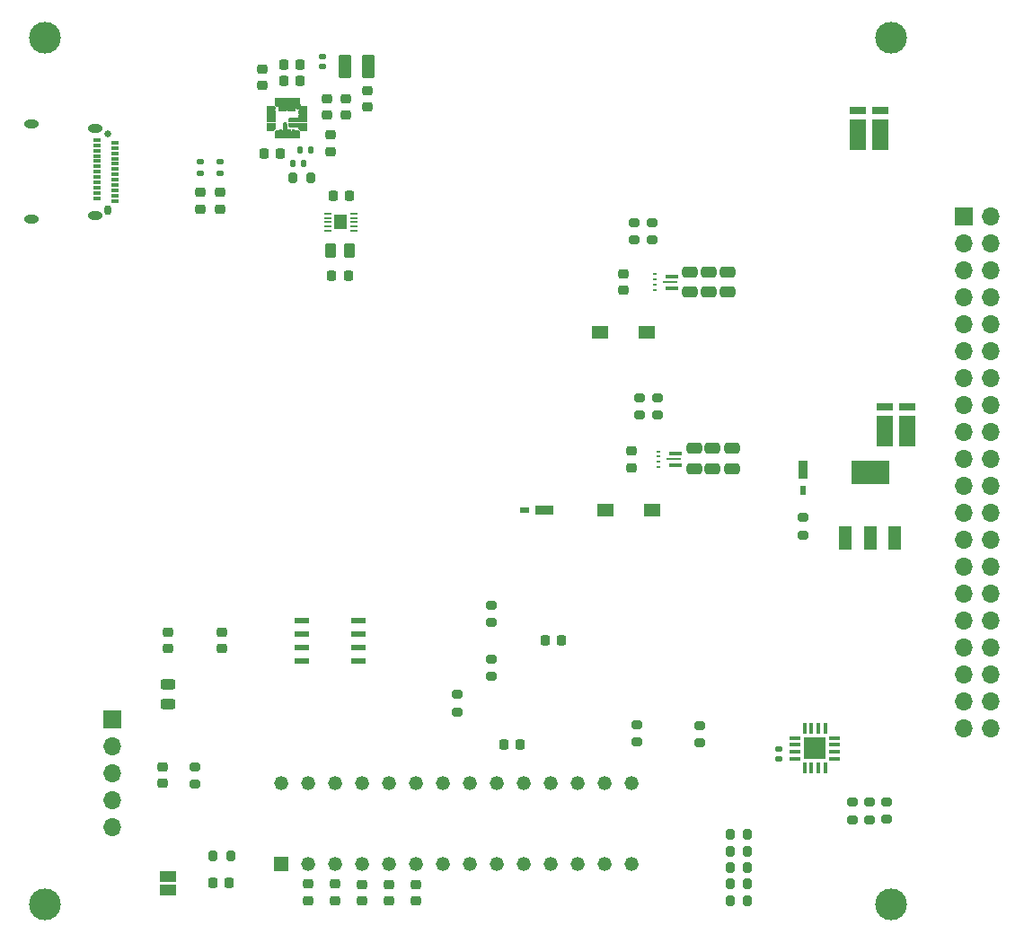
<source format=gts>
G04 #@! TF.GenerationSoftware,KiCad,Pcbnew,(6.0.2)*
G04 #@! TF.CreationDate,2022-05-04T12:59:18-06:00*
G04 #@! TF.ProjectId,master_schematic,6d617374-6572-45f7-9363-68656d617469,rev?*
G04 #@! TF.SameCoordinates,Original*
G04 #@! TF.FileFunction,Soldermask,Top*
G04 #@! TF.FilePolarity,Negative*
%FSLAX46Y46*%
G04 Gerber Fmt 4.6, Leading zero omitted, Abs format (unit mm)*
G04 Created by KiCad (PCBNEW (6.0.2)) date 2022-05-04 12:59:18*
%MOMM*%
%LPD*%
G01*
G04 APERTURE LIST*
G04 Aperture macros list*
%AMRoundRect*
0 Rectangle with rounded corners*
0 $1 Rounding radius*
0 $2 $3 $4 $5 $6 $7 $8 $9 X,Y pos of 4 corners*
0 Add a 4 corners polygon primitive as box body*
4,1,4,$2,$3,$4,$5,$6,$7,$8,$9,$2,$3,0*
0 Add four circle primitives for the rounded corners*
1,1,$1+$1,$2,$3*
1,1,$1+$1,$4,$5*
1,1,$1+$1,$6,$7*
1,1,$1+$1,$8,$9*
0 Add four rect primitives between the rounded corners*
20,1,$1+$1,$2,$3,$4,$5,0*
20,1,$1+$1,$4,$5,$6,$7,0*
20,1,$1+$1,$6,$7,$8,$9,0*
20,1,$1+$1,$8,$9,$2,$3,0*%
G04 Aperture macros list end*
%ADD10C,0.010000*%
%ADD11R,1.755600X0.880000*%
%ADD12R,0.855600X0.600000*%
%ADD13RoundRect,0.135000X-0.135000X-0.185000X0.135000X-0.185000X0.135000X0.185000X-0.135000X0.185000X0*%
%ADD14RoundRect,0.225000X0.225000X0.250000X-0.225000X0.250000X-0.225000X-0.250000X0.225000X-0.250000X0*%
%ADD15C,0.650000*%
%ADD16O,0.650000X0.950000*%
%ADD17R,0.700000X0.300000*%
%ADD18O,1.400000X0.800000*%
%ADD19R,1.150000X0.349999*%
%ADD20R,1.450000X0.200000*%
%ADD21R,0.449999X0.249999*%
%ADD22RoundRect,0.225000X0.250000X-0.225000X0.250000X0.225000X-0.250000X0.225000X-0.250000X-0.225000X0*%
%ADD23RoundRect,0.200000X-0.275000X0.200000X-0.275000X-0.200000X0.275000X-0.200000X0.275000X0.200000X0*%
%ADD24RoundRect,0.200000X-0.200000X-0.275000X0.200000X-0.275000X0.200000X0.275000X-0.200000X0.275000X0*%
%ADD25RoundRect,0.218750X0.256250X-0.218750X0.256250X0.218750X-0.256250X0.218750X-0.256250X-0.218750X0*%
%ADD26RoundRect,0.225000X-0.250000X0.225000X-0.250000X-0.225000X0.250000X-0.225000X0.250000X0.225000X0*%
%ADD27R,1.498600X1.295400*%
%ADD28RoundRect,0.087500X-0.425000X-0.087500X0.425000X-0.087500X0.425000X0.087500X-0.425000X0.087500X0*%
%ADD29RoundRect,0.087500X-0.087500X-0.425000X0.087500X-0.425000X0.087500X0.425000X-0.087500X0.425000X0*%
%ADD30R,2.100000X2.100000*%
%ADD31R,1.397000X0.558800*%
%ADD32RoundRect,0.225000X-0.225000X-0.250000X0.225000X-0.250000X0.225000X0.250000X-0.225000X0.250000X0*%
%ADD33RoundRect,0.250000X-0.475000X0.250000X-0.475000X-0.250000X0.475000X-0.250000X0.475000X0.250000X0*%
%ADD34RoundRect,0.135000X0.185000X-0.135000X0.185000X0.135000X-0.185000X0.135000X-0.185000X-0.135000X0*%
%ADD35C,3.000000*%
%ADD36RoundRect,0.200000X0.275000X-0.200000X0.275000X0.200000X-0.275000X0.200000X-0.275000X-0.200000X0*%
%ADD37RoundRect,0.218750X-0.256250X0.218750X-0.256250X-0.218750X0.256250X-0.218750X0.256250X0.218750X0*%
%ADD38RoundRect,0.250000X-0.262500X-0.450000X0.262500X-0.450000X0.262500X0.450000X-0.262500X0.450000X0*%
%ADD39R,1.700000X1.700000*%
%ADD40O,1.700000X1.700000*%
%ADD41R,0.711200X0.203200*%
%ADD42R,1.295400X1.397000*%
%ADD43R,1.320800X1.320800*%
%ADD44C,1.320800*%
%ADD45R,0.880000X1.755600*%
%ADD46R,0.600000X0.855600*%
%ADD47RoundRect,0.140000X-0.170000X0.140000X-0.170000X-0.140000X0.170000X-0.140000X0.170000X0.140000X0*%
%ADD48RoundRect,0.135000X0.135000X0.185000X-0.135000X0.185000X-0.135000X-0.185000X0.135000X-0.185000X0*%
%ADD49R,1.498600X2.946400*%
%ADD50R,1.498600X0.711200*%
%ADD51R,1.500000X1.000000*%
%ADD52RoundRect,0.140000X0.170000X-0.140000X0.170000X0.140000X-0.170000X0.140000X-0.170000X-0.140000X0*%
%ADD53R,1.219200X2.235200*%
%ADD54R,3.600000X2.200000*%
%ADD55RoundRect,0.250000X-0.375000X-0.850000X0.375000X-0.850000X0.375000X0.850000X-0.375000X0.850000X0*%
%ADD56RoundRect,0.243750X0.456250X-0.243750X0.456250X0.243750X-0.456250X0.243750X-0.456250X-0.243750X0*%
G04 APERTURE END LIST*
D10*
X62666000Y-67214000D02*
X63291000Y-67214000D01*
X63291000Y-67214000D02*
X63299000Y-67214000D01*
X63299000Y-67214000D02*
X63307000Y-67215000D01*
X63307000Y-67215000D02*
X63314000Y-67216000D01*
X63314000Y-67216000D02*
X63322000Y-67217000D01*
X63322000Y-67217000D02*
X63330000Y-67219000D01*
X63330000Y-67219000D02*
X63337000Y-67221000D01*
X63337000Y-67221000D02*
X63345000Y-67224000D01*
X63345000Y-67224000D02*
X63352000Y-67227000D01*
X63352000Y-67227000D02*
X63359000Y-67230000D01*
X63359000Y-67230000D02*
X63366000Y-67234000D01*
X63366000Y-67234000D02*
X63373000Y-67238000D01*
X63373000Y-67238000D02*
X63379000Y-67243000D01*
X63379000Y-67243000D02*
X63385000Y-67247000D01*
X63385000Y-67247000D02*
X63391000Y-67253000D01*
X63391000Y-67253000D02*
X63397000Y-67258000D01*
X63397000Y-67258000D02*
X63402000Y-67264000D01*
X63402000Y-67264000D02*
X63408000Y-67270000D01*
X63408000Y-67270000D02*
X63412000Y-67276000D01*
X63412000Y-67276000D02*
X63417000Y-67282000D01*
X63417000Y-67282000D02*
X63421000Y-67289000D01*
X63421000Y-67289000D02*
X63425000Y-67296000D01*
X63425000Y-67296000D02*
X63428000Y-67303000D01*
X63428000Y-67303000D02*
X63431000Y-67310000D01*
X63431000Y-67310000D02*
X63434000Y-67318000D01*
X63434000Y-67318000D02*
X63436000Y-67325000D01*
X63436000Y-67325000D02*
X63438000Y-67333000D01*
X63438000Y-67333000D02*
X63439000Y-67341000D01*
X63439000Y-67341000D02*
X63440000Y-67348000D01*
X63440000Y-67348000D02*
X63441000Y-67356000D01*
X63441000Y-67356000D02*
X63441000Y-67364000D01*
X63441000Y-67364000D02*
X63441000Y-67372000D01*
X63441000Y-67372000D02*
X63440000Y-67380000D01*
X63440000Y-67380000D02*
X63439000Y-67387000D01*
X63439000Y-67387000D02*
X63438000Y-67395000D01*
X63438000Y-67395000D02*
X63436000Y-67403000D01*
X63436000Y-67403000D02*
X63434000Y-67410000D01*
X63434000Y-67410000D02*
X63431000Y-67418000D01*
X63431000Y-67418000D02*
X63428000Y-67425000D01*
X63428000Y-67425000D02*
X63425000Y-67432000D01*
X63425000Y-67432000D02*
X63421000Y-67439000D01*
X63421000Y-67439000D02*
X63417000Y-67446000D01*
X63417000Y-67446000D02*
X63412000Y-67452000D01*
X63412000Y-67452000D02*
X63408000Y-67458000D01*
X63408000Y-67458000D02*
X63402000Y-67464000D01*
X63402000Y-67464000D02*
X63397000Y-67470000D01*
X63397000Y-67470000D02*
X63391000Y-67475000D01*
X63391000Y-67475000D02*
X63385000Y-67481000D01*
X63385000Y-67481000D02*
X63379000Y-67485000D01*
X63379000Y-67485000D02*
X63373000Y-67490000D01*
X63373000Y-67490000D02*
X63366000Y-67494000D01*
X63366000Y-67494000D02*
X63359000Y-67498000D01*
X63359000Y-67498000D02*
X63352000Y-67501000D01*
X63352000Y-67501000D02*
X63345000Y-67504000D01*
X63345000Y-67504000D02*
X63337000Y-67507000D01*
X63337000Y-67507000D02*
X63330000Y-67509000D01*
X63330000Y-67509000D02*
X63322000Y-67511000D01*
X63322000Y-67511000D02*
X63314000Y-67512000D01*
X63314000Y-67512000D02*
X63307000Y-67513000D01*
X63307000Y-67513000D02*
X63299000Y-67514000D01*
X63299000Y-67514000D02*
X63291000Y-67514000D01*
X63291000Y-67514000D02*
X62666000Y-67514000D01*
X62666000Y-67514000D02*
X62666000Y-67214000D01*
X62666000Y-67214000D02*
X62666000Y-67214000D01*
G36*
X63307000Y-67215000D02*
G01*
X63314000Y-67216000D01*
X63322000Y-67217000D01*
X63330000Y-67219000D01*
X63337000Y-67221000D01*
X63345000Y-67224000D01*
X63359000Y-67230000D01*
X63373000Y-67238000D01*
X63379000Y-67243000D01*
X63385000Y-67247000D01*
X63391000Y-67253000D01*
X63397000Y-67258000D01*
X63402000Y-67264000D01*
X63408000Y-67270000D01*
X63412000Y-67276000D01*
X63417000Y-67282000D01*
X63425000Y-67296000D01*
X63431000Y-67310000D01*
X63434000Y-67318000D01*
X63436000Y-67325000D01*
X63438000Y-67333000D01*
X63439000Y-67341000D01*
X63440000Y-67348000D01*
X63441000Y-67356000D01*
X63441000Y-67372000D01*
X63440000Y-67380000D01*
X63439000Y-67387000D01*
X63438000Y-67395000D01*
X63436000Y-67403000D01*
X63434000Y-67410000D01*
X63431000Y-67418000D01*
X63425000Y-67432000D01*
X63417000Y-67446000D01*
X63412000Y-67452000D01*
X63408000Y-67458000D01*
X63402000Y-67464000D01*
X63397000Y-67470000D01*
X63391000Y-67475000D01*
X63385000Y-67481000D01*
X63379000Y-67485000D01*
X63373000Y-67490000D01*
X63359000Y-67498000D01*
X63345000Y-67504000D01*
X63337000Y-67507000D01*
X63330000Y-67509000D01*
X63322000Y-67511000D01*
X63314000Y-67512000D01*
X63307000Y-67513000D01*
X63299000Y-67514000D01*
X62666000Y-67514000D01*
X62666000Y-67214000D01*
X63299000Y-67214000D01*
X63307000Y-67215000D01*
G37*
X63307000Y-67215000D02*
X63314000Y-67216000D01*
X63322000Y-67217000D01*
X63330000Y-67219000D01*
X63337000Y-67221000D01*
X63345000Y-67224000D01*
X63359000Y-67230000D01*
X63373000Y-67238000D01*
X63379000Y-67243000D01*
X63385000Y-67247000D01*
X63391000Y-67253000D01*
X63397000Y-67258000D01*
X63402000Y-67264000D01*
X63408000Y-67270000D01*
X63412000Y-67276000D01*
X63417000Y-67282000D01*
X63425000Y-67296000D01*
X63431000Y-67310000D01*
X63434000Y-67318000D01*
X63436000Y-67325000D01*
X63438000Y-67333000D01*
X63439000Y-67341000D01*
X63440000Y-67348000D01*
X63441000Y-67356000D01*
X63441000Y-67372000D01*
X63440000Y-67380000D01*
X63439000Y-67387000D01*
X63438000Y-67395000D01*
X63436000Y-67403000D01*
X63434000Y-67410000D01*
X63431000Y-67418000D01*
X63425000Y-67432000D01*
X63417000Y-67446000D01*
X63412000Y-67452000D01*
X63408000Y-67458000D01*
X63402000Y-67464000D01*
X63397000Y-67470000D01*
X63391000Y-67475000D01*
X63385000Y-67481000D01*
X63379000Y-67485000D01*
X63373000Y-67490000D01*
X63359000Y-67498000D01*
X63345000Y-67504000D01*
X63337000Y-67507000D01*
X63330000Y-67509000D01*
X63322000Y-67511000D01*
X63314000Y-67512000D01*
X63307000Y-67513000D01*
X63299000Y-67514000D01*
X62666000Y-67514000D01*
X62666000Y-67214000D01*
X63299000Y-67214000D01*
X63307000Y-67215000D01*
X65366000Y-69414000D02*
X65366000Y-68689000D01*
X65366000Y-68689000D02*
X65529000Y-68689000D01*
X65529000Y-68689000D02*
X65666000Y-68826000D01*
X65666000Y-68826000D02*
X65666000Y-69414000D01*
X65666000Y-69414000D02*
X65366000Y-69414000D01*
G36*
X65666000Y-68826000D02*
G01*
X65666000Y-69414000D01*
X65366000Y-69414000D01*
X65366000Y-68689000D01*
X65529000Y-68689000D01*
X65666000Y-68826000D01*
G37*
X65666000Y-68826000D02*
X65666000Y-69414000D01*
X65366000Y-69414000D01*
X65366000Y-68689000D01*
X65529000Y-68689000D01*
X65666000Y-68826000D01*
X64566000Y-69414000D02*
X64566000Y-68789000D01*
X64566000Y-68789000D02*
X64566000Y-68781000D01*
X64566000Y-68781000D02*
X64567000Y-68773000D01*
X64567000Y-68773000D02*
X64568000Y-68766000D01*
X64568000Y-68766000D02*
X64569000Y-68758000D01*
X64569000Y-68758000D02*
X64571000Y-68750000D01*
X64571000Y-68750000D02*
X64573000Y-68743000D01*
X64573000Y-68743000D02*
X64576000Y-68735000D01*
X64576000Y-68735000D02*
X64579000Y-68728000D01*
X64579000Y-68728000D02*
X64582000Y-68721000D01*
X64582000Y-68721000D02*
X64586000Y-68714000D01*
X64586000Y-68714000D02*
X64590000Y-68707000D01*
X64590000Y-68707000D02*
X64595000Y-68701000D01*
X64595000Y-68701000D02*
X64599000Y-68695000D01*
X64599000Y-68695000D02*
X64605000Y-68689000D01*
X64605000Y-68689000D02*
X64610000Y-68683000D01*
X64610000Y-68683000D02*
X64616000Y-68678000D01*
X64616000Y-68678000D02*
X64622000Y-68672000D01*
X64622000Y-68672000D02*
X64628000Y-68668000D01*
X64628000Y-68668000D02*
X64634000Y-68663000D01*
X64634000Y-68663000D02*
X64641000Y-68659000D01*
X64641000Y-68659000D02*
X64648000Y-68655000D01*
X64648000Y-68655000D02*
X64655000Y-68652000D01*
X64655000Y-68652000D02*
X64662000Y-68649000D01*
X64662000Y-68649000D02*
X64670000Y-68646000D01*
X64670000Y-68646000D02*
X64677000Y-68644000D01*
X64677000Y-68644000D02*
X64685000Y-68642000D01*
X64685000Y-68642000D02*
X64693000Y-68641000D01*
X64693000Y-68641000D02*
X64700000Y-68640000D01*
X64700000Y-68640000D02*
X64708000Y-68639000D01*
X64708000Y-68639000D02*
X64716000Y-68639000D01*
X64716000Y-68639000D02*
X64724000Y-68639000D01*
X64724000Y-68639000D02*
X64732000Y-68640000D01*
X64732000Y-68640000D02*
X64739000Y-68641000D01*
X64739000Y-68641000D02*
X64747000Y-68642000D01*
X64747000Y-68642000D02*
X64755000Y-68644000D01*
X64755000Y-68644000D02*
X64762000Y-68646000D01*
X64762000Y-68646000D02*
X64770000Y-68649000D01*
X64770000Y-68649000D02*
X64777000Y-68652000D01*
X64777000Y-68652000D02*
X64784000Y-68655000D01*
X64784000Y-68655000D02*
X64791000Y-68659000D01*
X64791000Y-68659000D02*
X64798000Y-68663000D01*
X64798000Y-68663000D02*
X64804000Y-68668000D01*
X64804000Y-68668000D02*
X64810000Y-68672000D01*
X64810000Y-68672000D02*
X64816000Y-68678000D01*
X64816000Y-68678000D02*
X64822000Y-68683000D01*
X64822000Y-68683000D02*
X64827000Y-68689000D01*
X64827000Y-68689000D02*
X64833000Y-68695000D01*
X64833000Y-68695000D02*
X64837000Y-68701000D01*
X64837000Y-68701000D02*
X64842000Y-68707000D01*
X64842000Y-68707000D02*
X64846000Y-68714000D01*
X64846000Y-68714000D02*
X64850000Y-68721000D01*
X64850000Y-68721000D02*
X64853000Y-68728000D01*
X64853000Y-68728000D02*
X64856000Y-68735000D01*
X64856000Y-68735000D02*
X64859000Y-68743000D01*
X64859000Y-68743000D02*
X64861000Y-68750000D01*
X64861000Y-68750000D02*
X64863000Y-68758000D01*
X64863000Y-68758000D02*
X64864000Y-68766000D01*
X64864000Y-68766000D02*
X64865000Y-68773000D01*
X64865000Y-68773000D02*
X64866000Y-68781000D01*
X64866000Y-68781000D02*
X64866000Y-68789000D01*
X64866000Y-68789000D02*
X64866000Y-69414000D01*
X64866000Y-69414000D02*
X64566000Y-69414000D01*
X64566000Y-69414000D02*
X64566000Y-69414000D01*
G36*
X64732000Y-68640000D02*
G01*
X64739000Y-68641000D01*
X64747000Y-68642000D01*
X64755000Y-68644000D01*
X64762000Y-68646000D01*
X64770000Y-68649000D01*
X64784000Y-68655000D01*
X64798000Y-68663000D01*
X64804000Y-68668000D01*
X64810000Y-68672000D01*
X64816000Y-68678000D01*
X64822000Y-68683000D01*
X64827000Y-68689000D01*
X64833000Y-68695000D01*
X64837000Y-68701000D01*
X64842000Y-68707000D01*
X64850000Y-68721000D01*
X64856000Y-68735000D01*
X64859000Y-68743000D01*
X64861000Y-68750000D01*
X64863000Y-68758000D01*
X64864000Y-68766000D01*
X64865000Y-68773000D01*
X64866000Y-68781000D01*
X64866000Y-69414000D01*
X64566000Y-69414000D01*
X64566000Y-68781000D01*
X64567000Y-68773000D01*
X64568000Y-68766000D01*
X64569000Y-68758000D01*
X64571000Y-68750000D01*
X64573000Y-68743000D01*
X64576000Y-68735000D01*
X64582000Y-68721000D01*
X64590000Y-68707000D01*
X64595000Y-68701000D01*
X64599000Y-68695000D01*
X64605000Y-68689000D01*
X64610000Y-68683000D01*
X64616000Y-68678000D01*
X64622000Y-68672000D01*
X64628000Y-68668000D01*
X64634000Y-68663000D01*
X64648000Y-68655000D01*
X64662000Y-68649000D01*
X64670000Y-68646000D01*
X64677000Y-68644000D01*
X64685000Y-68642000D01*
X64693000Y-68641000D01*
X64700000Y-68640000D01*
X64708000Y-68639000D01*
X64724000Y-68639000D01*
X64732000Y-68640000D01*
G37*
X64732000Y-68640000D02*
X64739000Y-68641000D01*
X64747000Y-68642000D01*
X64755000Y-68644000D01*
X64762000Y-68646000D01*
X64770000Y-68649000D01*
X64784000Y-68655000D01*
X64798000Y-68663000D01*
X64804000Y-68668000D01*
X64810000Y-68672000D01*
X64816000Y-68678000D01*
X64822000Y-68683000D01*
X64827000Y-68689000D01*
X64833000Y-68695000D01*
X64837000Y-68701000D01*
X64842000Y-68707000D01*
X64850000Y-68721000D01*
X64856000Y-68735000D01*
X64859000Y-68743000D01*
X64861000Y-68750000D01*
X64863000Y-68758000D01*
X64864000Y-68766000D01*
X64865000Y-68773000D01*
X64866000Y-68781000D01*
X64866000Y-69414000D01*
X64566000Y-69414000D01*
X64566000Y-68781000D01*
X64567000Y-68773000D01*
X64568000Y-68766000D01*
X64569000Y-68758000D01*
X64571000Y-68750000D01*
X64573000Y-68743000D01*
X64576000Y-68735000D01*
X64582000Y-68721000D01*
X64590000Y-68707000D01*
X64595000Y-68701000D01*
X64599000Y-68695000D01*
X64605000Y-68689000D01*
X64610000Y-68683000D01*
X64616000Y-68678000D01*
X64622000Y-68672000D01*
X64628000Y-68668000D01*
X64634000Y-68663000D01*
X64648000Y-68655000D01*
X64662000Y-68649000D01*
X64670000Y-68646000D01*
X64677000Y-68644000D01*
X64685000Y-68642000D01*
X64693000Y-68641000D01*
X64700000Y-68640000D01*
X64708000Y-68639000D01*
X64724000Y-68639000D01*
X64732000Y-68640000D01*
X64166000Y-69414000D02*
X64166000Y-68139000D01*
X64166000Y-68139000D02*
X64166000Y-68131000D01*
X64166000Y-68131000D02*
X64167000Y-68123000D01*
X64167000Y-68123000D02*
X64168000Y-68116000D01*
X64168000Y-68116000D02*
X64169000Y-68108000D01*
X64169000Y-68108000D02*
X64171000Y-68100000D01*
X64171000Y-68100000D02*
X64173000Y-68093000D01*
X64173000Y-68093000D02*
X64176000Y-68085000D01*
X64176000Y-68085000D02*
X64179000Y-68078000D01*
X64179000Y-68078000D02*
X64182000Y-68071000D01*
X64182000Y-68071000D02*
X64186000Y-68064000D01*
X64186000Y-68064000D02*
X64190000Y-68057000D01*
X64190000Y-68057000D02*
X64195000Y-68051000D01*
X64195000Y-68051000D02*
X64199000Y-68045000D01*
X64199000Y-68045000D02*
X64205000Y-68039000D01*
X64205000Y-68039000D02*
X64210000Y-68033000D01*
X64210000Y-68033000D02*
X64216000Y-68028000D01*
X64216000Y-68028000D02*
X64222000Y-68022000D01*
X64222000Y-68022000D02*
X64228000Y-68018000D01*
X64228000Y-68018000D02*
X64234000Y-68013000D01*
X64234000Y-68013000D02*
X64241000Y-68009000D01*
X64241000Y-68009000D02*
X64248000Y-68005000D01*
X64248000Y-68005000D02*
X64255000Y-68002000D01*
X64255000Y-68002000D02*
X64262000Y-67999000D01*
X64262000Y-67999000D02*
X64270000Y-67996000D01*
X64270000Y-67996000D02*
X64277000Y-67994000D01*
X64277000Y-67994000D02*
X64285000Y-67992000D01*
X64285000Y-67992000D02*
X64293000Y-67991000D01*
X64293000Y-67991000D02*
X64300000Y-67990000D01*
X64300000Y-67990000D02*
X64308000Y-67989000D01*
X64308000Y-67989000D02*
X64316000Y-67989000D01*
X64316000Y-67989000D02*
X64324000Y-67989000D01*
X64324000Y-67989000D02*
X64332000Y-67990000D01*
X64332000Y-67990000D02*
X64339000Y-67991000D01*
X64339000Y-67991000D02*
X64347000Y-67992000D01*
X64347000Y-67992000D02*
X64355000Y-67994000D01*
X64355000Y-67994000D02*
X64362000Y-67996000D01*
X64362000Y-67996000D02*
X64370000Y-67999000D01*
X64370000Y-67999000D02*
X64377000Y-68002000D01*
X64377000Y-68002000D02*
X64384000Y-68005000D01*
X64384000Y-68005000D02*
X64391000Y-68009000D01*
X64391000Y-68009000D02*
X64398000Y-68013000D01*
X64398000Y-68013000D02*
X64404000Y-68018000D01*
X64404000Y-68018000D02*
X64410000Y-68022000D01*
X64410000Y-68022000D02*
X64416000Y-68028000D01*
X64416000Y-68028000D02*
X64422000Y-68033000D01*
X64422000Y-68033000D02*
X64427000Y-68039000D01*
X64427000Y-68039000D02*
X64433000Y-68045000D01*
X64433000Y-68045000D02*
X64437000Y-68051000D01*
X64437000Y-68051000D02*
X64442000Y-68057000D01*
X64442000Y-68057000D02*
X64446000Y-68064000D01*
X64446000Y-68064000D02*
X64450000Y-68071000D01*
X64450000Y-68071000D02*
X64453000Y-68078000D01*
X64453000Y-68078000D02*
X64456000Y-68085000D01*
X64456000Y-68085000D02*
X64459000Y-68093000D01*
X64459000Y-68093000D02*
X64461000Y-68100000D01*
X64461000Y-68100000D02*
X64463000Y-68108000D01*
X64463000Y-68108000D02*
X64464000Y-68116000D01*
X64464000Y-68116000D02*
X64465000Y-68123000D01*
X64465000Y-68123000D02*
X64466000Y-68131000D01*
X64466000Y-68131000D02*
X64466000Y-68139000D01*
X64466000Y-68139000D02*
X64466000Y-69414000D01*
X64466000Y-69414000D02*
X64166000Y-69414000D01*
X64166000Y-69414000D02*
X64166000Y-69414000D01*
G36*
X64332000Y-67990000D02*
G01*
X64339000Y-67991000D01*
X64347000Y-67992000D01*
X64355000Y-67994000D01*
X64362000Y-67996000D01*
X64370000Y-67999000D01*
X64384000Y-68005000D01*
X64398000Y-68013000D01*
X64404000Y-68018000D01*
X64410000Y-68022000D01*
X64416000Y-68028000D01*
X64422000Y-68033000D01*
X64427000Y-68039000D01*
X64433000Y-68045000D01*
X64437000Y-68051000D01*
X64442000Y-68057000D01*
X64450000Y-68071000D01*
X64456000Y-68085000D01*
X64459000Y-68093000D01*
X64461000Y-68100000D01*
X64463000Y-68108000D01*
X64464000Y-68116000D01*
X64465000Y-68123000D01*
X64466000Y-68131000D01*
X64466000Y-69414000D01*
X64166000Y-69414000D01*
X64166000Y-68131000D01*
X64167000Y-68123000D01*
X64168000Y-68116000D01*
X64169000Y-68108000D01*
X64171000Y-68100000D01*
X64173000Y-68093000D01*
X64176000Y-68085000D01*
X64182000Y-68071000D01*
X64190000Y-68057000D01*
X64195000Y-68051000D01*
X64199000Y-68045000D01*
X64205000Y-68039000D01*
X64210000Y-68033000D01*
X64216000Y-68028000D01*
X64222000Y-68022000D01*
X64228000Y-68018000D01*
X64234000Y-68013000D01*
X64248000Y-68005000D01*
X64262000Y-67999000D01*
X64270000Y-67996000D01*
X64277000Y-67994000D01*
X64285000Y-67992000D01*
X64293000Y-67991000D01*
X64300000Y-67990000D01*
X64308000Y-67989000D01*
X64324000Y-67989000D01*
X64332000Y-67990000D01*
G37*
X64332000Y-67990000D02*
X64339000Y-67991000D01*
X64347000Y-67992000D01*
X64355000Y-67994000D01*
X64362000Y-67996000D01*
X64370000Y-67999000D01*
X64384000Y-68005000D01*
X64398000Y-68013000D01*
X64404000Y-68018000D01*
X64410000Y-68022000D01*
X64416000Y-68028000D01*
X64422000Y-68033000D01*
X64427000Y-68039000D01*
X64433000Y-68045000D01*
X64437000Y-68051000D01*
X64442000Y-68057000D01*
X64450000Y-68071000D01*
X64456000Y-68085000D01*
X64459000Y-68093000D01*
X64461000Y-68100000D01*
X64463000Y-68108000D01*
X64464000Y-68116000D01*
X64465000Y-68123000D01*
X64466000Y-68131000D01*
X64466000Y-69414000D01*
X64166000Y-69414000D01*
X64166000Y-68131000D01*
X64167000Y-68123000D01*
X64168000Y-68116000D01*
X64169000Y-68108000D01*
X64171000Y-68100000D01*
X64173000Y-68093000D01*
X64176000Y-68085000D01*
X64182000Y-68071000D01*
X64190000Y-68057000D01*
X64195000Y-68051000D01*
X64199000Y-68045000D01*
X64205000Y-68039000D01*
X64210000Y-68033000D01*
X64216000Y-68028000D01*
X64222000Y-68022000D01*
X64228000Y-68018000D01*
X64234000Y-68013000D01*
X64248000Y-68005000D01*
X64262000Y-67999000D01*
X64270000Y-67996000D01*
X64277000Y-67994000D01*
X64285000Y-67992000D01*
X64293000Y-67991000D01*
X64300000Y-67990000D01*
X64308000Y-67989000D01*
X64324000Y-67989000D01*
X64332000Y-67990000D01*
X62666000Y-67614000D02*
X63291000Y-67614000D01*
X63291000Y-67614000D02*
X63299000Y-67614000D01*
X63299000Y-67614000D02*
X63307000Y-67615000D01*
X63307000Y-67615000D02*
X63314000Y-67616000D01*
X63314000Y-67616000D02*
X63322000Y-67617000D01*
X63322000Y-67617000D02*
X63330000Y-67619000D01*
X63330000Y-67619000D02*
X63337000Y-67621000D01*
X63337000Y-67621000D02*
X63345000Y-67624000D01*
X63345000Y-67624000D02*
X63352000Y-67627000D01*
X63352000Y-67627000D02*
X63359000Y-67630000D01*
X63359000Y-67630000D02*
X63366000Y-67634000D01*
X63366000Y-67634000D02*
X63373000Y-67638000D01*
X63373000Y-67638000D02*
X63379000Y-67643000D01*
X63379000Y-67643000D02*
X63385000Y-67647000D01*
X63385000Y-67647000D02*
X63391000Y-67653000D01*
X63391000Y-67653000D02*
X63397000Y-67658000D01*
X63397000Y-67658000D02*
X63402000Y-67664000D01*
X63402000Y-67664000D02*
X63408000Y-67670000D01*
X63408000Y-67670000D02*
X63412000Y-67676000D01*
X63412000Y-67676000D02*
X63417000Y-67682000D01*
X63417000Y-67682000D02*
X63421000Y-67689000D01*
X63421000Y-67689000D02*
X63425000Y-67696000D01*
X63425000Y-67696000D02*
X63428000Y-67703000D01*
X63428000Y-67703000D02*
X63431000Y-67710000D01*
X63431000Y-67710000D02*
X63434000Y-67718000D01*
X63434000Y-67718000D02*
X63436000Y-67725000D01*
X63436000Y-67725000D02*
X63438000Y-67733000D01*
X63438000Y-67733000D02*
X63439000Y-67741000D01*
X63439000Y-67741000D02*
X63440000Y-67748000D01*
X63440000Y-67748000D02*
X63441000Y-67756000D01*
X63441000Y-67756000D02*
X63441000Y-67764000D01*
X63441000Y-67764000D02*
X63441000Y-67772000D01*
X63441000Y-67772000D02*
X63440000Y-67780000D01*
X63440000Y-67780000D02*
X63439000Y-67787000D01*
X63439000Y-67787000D02*
X63438000Y-67795000D01*
X63438000Y-67795000D02*
X63436000Y-67803000D01*
X63436000Y-67803000D02*
X63434000Y-67810000D01*
X63434000Y-67810000D02*
X63431000Y-67818000D01*
X63431000Y-67818000D02*
X63428000Y-67825000D01*
X63428000Y-67825000D02*
X63425000Y-67832000D01*
X63425000Y-67832000D02*
X63421000Y-67839000D01*
X63421000Y-67839000D02*
X63417000Y-67846000D01*
X63417000Y-67846000D02*
X63412000Y-67852000D01*
X63412000Y-67852000D02*
X63408000Y-67858000D01*
X63408000Y-67858000D02*
X63402000Y-67864000D01*
X63402000Y-67864000D02*
X63397000Y-67870000D01*
X63397000Y-67870000D02*
X63391000Y-67875000D01*
X63391000Y-67875000D02*
X63385000Y-67881000D01*
X63385000Y-67881000D02*
X63379000Y-67885000D01*
X63379000Y-67885000D02*
X63373000Y-67890000D01*
X63373000Y-67890000D02*
X63366000Y-67894000D01*
X63366000Y-67894000D02*
X63359000Y-67898000D01*
X63359000Y-67898000D02*
X63352000Y-67901000D01*
X63352000Y-67901000D02*
X63345000Y-67904000D01*
X63345000Y-67904000D02*
X63337000Y-67907000D01*
X63337000Y-67907000D02*
X63330000Y-67909000D01*
X63330000Y-67909000D02*
X63322000Y-67911000D01*
X63322000Y-67911000D02*
X63314000Y-67912000D01*
X63314000Y-67912000D02*
X63307000Y-67913000D01*
X63307000Y-67913000D02*
X63299000Y-67914000D01*
X63299000Y-67914000D02*
X63291000Y-67914000D01*
X63291000Y-67914000D02*
X62666000Y-67914000D01*
X62666000Y-67914000D02*
X62666000Y-67614000D01*
X62666000Y-67614000D02*
X62666000Y-67614000D01*
G36*
X63307000Y-67615000D02*
G01*
X63314000Y-67616000D01*
X63322000Y-67617000D01*
X63330000Y-67619000D01*
X63337000Y-67621000D01*
X63345000Y-67624000D01*
X63359000Y-67630000D01*
X63373000Y-67638000D01*
X63379000Y-67643000D01*
X63385000Y-67647000D01*
X63391000Y-67653000D01*
X63397000Y-67658000D01*
X63402000Y-67664000D01*
X63408000Y-67670000D01*
X63412000Y-67676000D01*
X63417000Y-67682000D01*
X63425000Y-67696000D01*
X63431000Y-67710000D01*
X63434000Y-67718000D01*
X63436000Y-67725000D01*
X63438000Y-67733000D01*
X63439000Y-67741000D01*
X63440000Y-67748000D01*
X63441000Y-67756000D01*
X63441000Y-67772000D01*
X63440000Y-67780000D01*
X63439000Y-67787000D01*
X63438000Y-67795000D01*
X63436000Y-67803000D01*
X63434000Y-67810000D01*
X63431000Y-67818000D01*
X63425000Y-67832000D01*
X63417000Y-67846000D01*
X63412000Y-67852000D01*
X63408000Y-67858000D01*
X63402000Y-67864000D01*
X63397000Y-67870000D01*
X63391000Y-67875000D01*
X63385000Y-67881000D01*
X63379000Y-67885000D01*
X63373000Y-67890000D01*
X63359000Y-67898000D01*
X63345000Y-67904000D01*
X63337000Y-67907000D01*
X63330000Y-67909000D01*
X63322000Y-67911000D01*
X63314000Y-67912000D01*
X63307000Y-67913000D01*
X63299000Y-67914000D01*
X62666000Y-67914000D01*
X62666000Y-67614000D01*
X63299000Y-67614000D01*
X63307000Y-67615000D01*
G37*
X63307000Y-67615000D02*
X63314000Y-67616000D01*
X63322000Y-67617000D01*
X63330000Y-67619000D01*
X63337000Y-67621000D01*
X63345000Y-67624000D01*
X63359000Y-67630000D01*
X63373000Y-67638000D01*
X63379000Y-67643000D01*
X63385000Y-67647000D01*
X63391000Y-67653000D01*
X63397000Y-67658000D01*
X63402000Y-67664000D01*
X63408000Y-67670000D01*
X63412000Y-67676000D01*
X63417000Y-67682000D01*
X63425000Y-67696000D01*
X63431000Y-67710000D01*
X63434000Y-67718000D01*
X63436000Y-67725000D01*
X63438000Y-67733000D01*
X63439000Y-67741000D01*
X63440000Y-67748000D01*
X63441000Y-67756000D01*
X63441000Y-67772000D01*
X63440000Y-67780000D01*
X63439000Y-67787000D01*
X63438000Y-67795000D01*
X63436000Y-67803000D01*
X63434000Y-67810000D01*
X63431000Y-67818000D01*
X63425000Y-67832000D01*
X63417000Y-67846000D01*
X63412000Y-67852000D01*
X63408000Y-67858000D01*
X63402000Y-67864000D01*
X63397000Y-67870000D01*
X63391000Y-67875000D01*
X63385000Y-67881000D01*
X63379000Y-67885000D01*
X63373000Y-67890000D01*
X63359000Y-67898000D01*
X63345000Y-67904000D01*
X63337000Y-67907000D01*
X63330000Y-67909000D01*
X63322000Y-67911000D01*
X63314000Y-67912000D01*
X63307000Y-67913000D01*
X63299000Y-67914000D01*
X62666000Y-67914000D01*
X62666000Y-67614000D01*
X63299000Y-67614000D01*
X63307000Y-67615000D01*
X64466000Y-65714000D02*
X64466000Y-66739000D01*
X64466000Y-66739000D02*
X64466000Y-66747000D01*
X64466000Y-66747000D02*
X64465000Y-66755000D01*
X64465000Y-66755000D02*
X64464000Y-66762000D01*
X64464000Y-66762000D02*
X64463000Y-66770000D01*
X64463000Y-66770000D02*
X64461000Y-66778000D01*
X64461000Y-66778000D02*
X64459000Y-66785000D01*
X64459000Y-66785000D02*
X64456000Y-66793000D01*
X64456000Y-66793000D02*
X64453000Y-66800000D01*
X64453000Y-66800000D02*
X64450000Y-66807000D01*
X64450000Y-66807000D02*
X64446000Y-66814000D01*
X64446000Y-66814000D02*
X64442000Y-66821000D01*
X64442000Y-66821000D02*
X64437000Y-66827000D01*
X64437000Y-66827000D02*
X64433000Y-66833000D01*
X64433000Y-66833000D02*
X64427000Y-66839000D01*
X64427000Y-66839000D02*
X64422000Y-66845000D01*
X64422000Y-66845000D02*
X64416000Y-66850000D01*
X64416000Y-66850000D02*
X64410000Y-66856000D01*
X64410000Y-66856000D02*
X64404000Y-66860000D01*
X64404000Y-66860000D02*
X64398000Y-66865000D01*
X64398000Y-66865000D02*
X64391000Y-66869000D01*
X64391000Y-66869000D02*
X64384000Y-66873000D01*
X64384000Y-66873000D02*
X64377000Y-66876000D01*
X64377000Y-66876000D02*
X64370000Y-66879000D01*
X64370000Y-66879000D02*
X64362000Y-66882000D01*
X64362000Y-66882000D02*
X64355000Y-66884000D01*
X64355000Y-66884000D02*
X64347000Y-66886000D01*
X64347000Y-66886000D02*
X64339000Y-66887000D01*
X64339000Y-66887000D02*
X64332000Y-66888000D01*
X64332000Y-66888000D02*
X64324000Y-66889000D01*
X64324000Y-66889000D02*
X64316000Y-66889000D01*
X64316000Y-66889000D02*
X64308000Y-66889000D01*
X64308000Y-66889000D02*
X64300000Y-66888000D01*
X64300000Y-66888000D02*
X64293000Y-66887000D01*
X64293000Y-66887000D02*
X64285000Y-66886000D01*
X64285000Y-66886000D02*
X64277000Y-66884000D01*
X64277000Y-66884000D02*
X64270000Y-66882000D01*
X64270000Y-66882000D02*
X64262000Y-66879000D01*
X64262000Y-66879000D02*
X64255000Y-66876000D01*
X64255000Y-66876000D02*
X64248000Y-66873000D01*
X64248000Y-66873000D02*
X64241000Y-66869000D01*
X64241000Y-66869000D02*
X64234000Y-66865000D01*
X64234000Y-66865000D02*
X64228000Y-66860000D01*
X64228000Y-66860000D02*
X64222000Y-66856000D01*
X64222000Y-66856000D02*
X64216000Y-66850000D01*
X64216000Y-66850000D02*
X64210000Y-66845000D01*
X64210000Y-66845000D02*
X64205000Y-66839000D01*
X64205000Y-66839000D02*
X64199000Y-66833000D01*
X64199000Y-66833000D02*
X64195000Y-66827000D01*
X64195000Y-66827000D02*
X64190000Y-66821000D01*
X64190000Y-66821000D02*
X64186000Y-66814000D01*
X64186000Y-66814000D02*
X64182000Y-66807000D01*
X64182000Y-66807000D02*
X64179000Y-66800000D01*
X64179000Y-66800000D02*
X64176000Y-66793000D01*
X64176000Y-66793000D02*
X64173000Y-66785000D01*
X64173000Y-66785000D02*
X64171000Y-66778000D01*
X64171000Y-66778000D02*
X64169000Y-66770000D01*
X64169000Y-66770000D02*
X64168000Y-66762000D01*
X64168000Y-66762000D02*
X64167000Y-66755000D01*
X64167000Y-66755000D02*
X64166000Y-66747000D01*
X64166000Y-66747000D02*
X64166000Y-66739000D01*
X64166000Y-66739000D02*
X64166000Y-65714000D01*
X64166000Y-65714000D02*
X64466000Y-65714000D01*
X64466000Y-65714000D02*
X64466000Y-65714000D01*
G36*
X64466000Y-66747000D02*
G01*
X64465000Y-66755000D01*
X64464000Y-66762000D01*
X64463000Y-66770000D01*
X64461000Y-66778000D01*
X64459000Y-66785000D01*
X64456000Y-66793000D01*
X64450000Y-66807000D01*
X64442000Y-66821000D01*
X64437000Y-66827000D01*
X64433000Y-66833000D01*
X64427000Y-66839000D01*
X64422000Y-66845000D01*
X64416000Y-66850000D01*
X64410000Y-66856000D01*
X64404000Y-66860000D01*
X64398000Y-66865000D01*
X64384000Y-66873000D01*
X64370000Y-66879000D01*
X64362000Y-66882000D01*
X64355000Y-66884000D01*
X64347000Y-66886000D01*
X64339000Y-66887000D01*
X64332000Y-66888000D01*
X64324000Y-66889000D01*
X64308000Y-66889000D01*
X64300000Y-66888000D01*
X64293000Y-66887000D01*
X64285000Y-66886000D01*
X64277000Y-66884000D01*
X64270000Y-66882000D01*
X64262000Y-66879000D01*
X64248000Y-66873000D01*
X64234000Y-66865000D01*
X64228000Y-66860000D01*
X64222000Y-66856000D01*
X64216000Y-66850000D01*
X64210000Y-66845000D01*
X64205000Y-66839000D01*
X64199000Y-66833000D01*
X64195000Y-66827000D01*
X64190000Y-66821000D01*
X64182000Y-66807000D01*
X64176000Y-66793000D01*
X64173000Y-66785000D01*
X64171000Y-66778000D01*
X64169000Y-66770000D01*
X64168000Y-66762000D01*
X64167000Y-66755000D01*
X64166000Y-66747000D01*
X64166000Y-65714000D01*
X64466000Y-65714000D01*
X64466000Y-66747000D01*
G37*
X64466000Y-66747000D02*
X64465000Y-66755000D01*
X64464000Y-66762000D01*
X64463000Y-66770000D01*
X64461000Y-66778000D01*
X64459000Y-66785000D01*
X64456000Y-66793000D01*
X64450000Y-66807000D01*
X64442000Y-66821000D01*
X64437000Y-66827000D01*
X64433000Y-66833000D01*
X64427000Y-66839000D01*
X64422000Y-66845000D01*
X64416000Y-66850000D01*
X64410000Y-66856000D01*
X64404000Y-66860000D01*
X64398000Y-66865000D01*
X64384000Y-66873000D01*
X64370000Y-66879000D01*
X64362000Y-66882000D01*
X64355000Y-66884000D01*
X64347000Y-66886000D01*
X64339000Y-66887000D01*
X64332000Y-66888000D01*
X64324000Y-66889000D01*
X64308000Y-66889000D01*
X64300000Y-66888000D01*
X64293000Y-66887000D01*
X64285000Y-66886000D01*
X64277000Y-66884000D01*
X64270000Y-66882000D01*
X64262000Y-66879000D01*
X64248000Y-66873000D01*
X64234000Y-66865000D01*
X64228000Y-66860000D01*
X64222000Y-66856000D01*
X64216000Y-66850000D01*
X64210000Y-66845000D01*
X64205000Y-66839000D01*
X64199000Y-66833000D01*
X64195000Y-66827000D01*
X64190000Y-66821000D01*
X64182000Y-66807000D01*
X64176000Y-66793000D01*
X64173000Y-66785000D01*
X64171000Y-66778000D01*
X64169000Y-66770000D01*
X64168000Y-66762000D01*
X64167000Y-66755000D01*
X64166000Y-66747000D01*
X64166000Y-65714000D01*
X64466000Y-65714000D01*
X64466000Y-66747000D01*
X66366000Y-68714000D02*
X65803000Y-68714000D01*
X65803000Y-68714000D02*
X65616000Y-68527000D01*
X65616000Y-68527000D02*
X65616000Y-68364000D01*
X65616000Y-68364000D02*
X64841000Y-68364000D01*
X64841000Y-68364000D02*
X64833000Y-68364000D01*
X64833000Y-68364000D02*
X64825000Y-68363000D01*
X64825000Y-68363000D02*
X64818000Y-68362000D01*
X64818000Y-68362000D02*
X64810000Y-68361000D01*
X64810000Y-68361000D02*
X64802000Y-68359000D01*
X64802000Y-68359000D02*
X64795000Y-68357000D01*
X64795000Y-68357000D02*
X64787000Y-68354000D01*
X64787000Y-68354000D02*
X64780000Y-68351000D01*
X64780000Y-68351000D02*
X64773000Y-68348000D01*
X64773000Y-68348000D02*
X64766000Y-68344000D01*
X64766000Y-68344000D02*
X64759000Y-68340000D01*
X64759000Y-68340000D02*
X64753000Y-68335000D01*
X64753000Y-68335000D02*
X64747000Y-68331000D01*
X64747000Y-68331000D02*
X64741000Y-68325000D01*
X64741000Y-68325000D02*
X64735000Y-68320000D01*
X64735000Y-68320000D02*
X64730000Y-68314000D01*
X64730000Y-68314000D02*
X64724000Y-68308000D01*
X64724000Y-68308000D02*
X64720000Y-68302000D01*
X64720000Y-68302000D02*
X64715000Y-68296000D01*
X64715000Y-68296000D02*
X64711000Y-68289000D01*
X64711000Y-68289000D02*
X64707000Y-68282000D01*
X64707000Y-68282000D02*
X64704000Y-68275000D01*
X64704000Y-68275000D02*
X64701000Y-68268000D01*
X64701000Y-68268000D02*
X64698000Y-68260000D01*
X64698000Y-68260000D02*
X64696000Y-68253000D01*
X64696000Y-68253000D02*
X64694000Y-68245000D01*
X64694000Y-68245000D02*
X64693000Y-68237000D01*
X64693000Y-68237000D02*
X64692000Y-68230000D01*
X64692000Y-68230000D02*
X64691000Y-68222000D01*
X64691000Y-68222000D02*
X64691000Y-68214000D01*
X64691000Y-68214000D02*
X64691000Y-68164000D01*
X64691000Y-68164000D02*
X64691000Y-68156000D01*
X64691000Y-68156000D02*
X64692000Y-68148000D01*
X64692000Y-68148000D02*
X64693000Y-68141000D01*
X64693000Y-68141000D02*
X64694000Y-68133000D01*
X64694000Y-68133000D02*
X64696000Y-68125000D01*
X64696000Y-68125000D02*
X64698000Y-68118000D01*
X64698000Y-68118000D02*
X64701000Y-68110000D01*
X64701000Y-68110000D02*
X64704000Y-68103000D01*
X64704000Y-68103000D02*
X64707000Y-68096000D01*
X64707000Y-68096000D02*
X64711000Y-68089000D01*
X64711000Y-68089000D02*
X64715000Y-68082000D01*
X64715000Y-68082000D02*
X64720000Y-68076000D01*
X64720000Y-68076000D02*
X64724000Y-68070000D01*
X64724000Y-68070000D02*
X64730000Y-68064000D01*
X64730000Y-68064000D02*
X64735000Y-68058000D01*
X64735000Y-68058000D02*
X64741000Y-68053000D01*
X64741000Y-68053000D02*
X64747000Y-68047000D01*
X64747000Y-68047000D02*
X64753000Y-68043000D01*
X64753000Y-68043000D02*
X64759000Y-68038000D01*
X64759000Y-68038000D02*
X64766000Y-68034000D01*
X64766000Y-68034000D02*
X64773000Y-68030000D01*
X64773000Y-68030000D02*
X64780000Y-68027000D01*
X64780000Y-68027000D02*
X64787000Y-68024000D01*
X64787000Y-68024000D02*
X64795000Y-68021000D01*
X64795000Y-68021000D02*
X64802000Y-68019000D01*
X64802000Y-68019000D02*
X64810000Y-68017000D01*
X64810000Y-68017000D02*
X64818000Y-68016000D01*
X64818000Y-68016000D02*
X64825000Y-68015000D01*
X64825000Y-68015000D02*
X64833000Y-68014000D01*
X64833000Y-68014000D02*
X64841000Y-68014000D01*
X64841000Y-68014000D02*
X66366000Y-68014000D01*
X66366000Y-68014000D02*
X66366000Y-68714000D01*
X66366000Y-68714000D02*
X66366000Y-68714000D01*
G36*
X66366000Y-68714000D02*
G01*
X65803000Y-68714000D01*
X65616000Y-68527000D01*
X65616000Y-68364000D01*
X64833000Y-68364000D01*
X64825000Y-68363000D01*
X64818000Y-68362000D01*
X64810000Y-68361000D01*
X64802000Y-68359000D01*
X64795000Y-68357000D01*
X64787000Y-68354000D01*
X64773000Y-68348000D01*
X64759000Y-68340000D01*
X64753000Y-68335000D01*
X64747000Y-68331000D01*
X64741000Y-68325000D01*
X64735000Y-68320000D01*
X64730000Y-68314000D01*
X64724000Y-68308000D01*
X64720000Y-68302000D01*
X64715000Y-68296000D01*
X64707000Y-68282000D01*
X64701000Y-68268000D01*
X64698000Y-68260000D01*
X64696000Y-68253000D01*
X64694000Y-68245000D01*
X64693000Y-68237000D01*
X64692000Y-68230000D01*
X64691000Y-68222000D01*
X64691000Y-68156000D01*
X64692000Y-68148000D01*
X64693000Y-68141000D01*
X64694000Y-68133000D01*
X64696000Y-68125000D01*
X64698000Y-68118000D01*
X64701000Y-68110000D01*
X64707000Y-68096000D01*
X64715000Y-68082000D01*
X64720000Y-68076000D01*
X64724000Y-68070000D01*
X64730000Y-68064000D01*
X64735000Y-68058000D01*
X64741000Y-68053000D01*
X64747000Y-68047000D01*
X64753000Y-68043000D01*
X64759000Y-68038000D01*
X64773000Y-68030000D01*
X64787000Y-68024000D01*
X64795000Y-68021000D01*
X64802000Y-68019000D01*
X64810000Y-68017000D01*
X64818000Y-68016000D01*
X64825000Y-68015000D01*
X64833000Y-68014000D01*
X66366000Y-68014000D01*
X66366000Y-68714000D01*
G37*
X66366000Y-68714000D02*
X65803000Y-68714000D01*
X65616000Y-68527000D01*
X65616000Y-68364000D01*
X64833000Y-68364000D01*
X64825000Y-68363000D01*
X64818000Y-68362000D01*
X64810000Y-68361000D01*
X64802000Y-68359000D01*
X64795000Y-68357000D01*
X64787000Y-68354000D01*
X64773000Y-68348000D01*
X64759000Y-68340000D01*
X64753000Y-68335000D01*
X64747000Y-68331000D01*
X64741000Y-68325000D01*
X64735000Y-68320000D01*
X64730000Y-68314000D01*
X64724000Y-68308000D01*
X64720000Y-68302000D01*
X64715000Y-68296000D01*
X64707000Y-68282000D01*
X64701000Y-68268000D01*
X64698000Y-68260000D01*
X64696000Y-68253000D01*
X64694000Y-68245000D01*
X64693000Y-68237000D01*
X64692000Y-68230000D01*
X64691000Y-68222000D01*
X64691000Y-68156000D01*
X64692000Y-68148000D01*
X64693000Y-68141000D01*
X64694000Y-68133000D01*
X64696000Y-68125000D01*
X64698000Y-68118000D01*
X64701000Y-68110000D01*
X64707000Y-68096000D01*
X64715000Y-68082000D01*
X64720000Y-68076000D01*
X64724000Y-68070000D01*
X64730000Y-68064000D01*
X64735000Y-68058000D01*
X64741000Y-68053000D01*
X64747000Y-68047000D01*
X64753000Y-68043000D01*
X64759000Y-68038000D01*
X64773000Y-68030000D01*
X64787000Y-68024000D01*
X64795000Y-68021000D01*
X64802000Y-68019000D01*
X64810000Y-68017000D01*
X64818000Y-68016000D01*
X64825000Y-68015000D01*
X64833000Y-68014000D01*
X66366000Y-68014000D01*
X66366000Y-68714000D01*
X65266000Y-65714000D02*
X65266000Y-66739000D01*
X65266000Y-66739000D02*
X65266000Y-66747000D01*
X65266000Y-66747000D02*
X65265000Y-66755000D01*
X65265000Y-66755000D02*
X65264000Y-66762000D01*
X65264000Y-66762000D02*
X65263000Y-66770000D01*
X65263000Y-66770000D02*
X65261000Y-66778000D01*
X65261000Y-66778000D02*
X65259000Y-66785000D01*
X65259000Y-66785000D02*
X65256000Y-66793000D01*
X65256000Y-66793000D02*
X65253000Y-66800000D01*
X65253000Y-66800000D02*
X65250000Y-66807000D01*
X65250000Y-66807000D02*
X65246000Y-66814000D01*
X65246000Y-66814000D02*
X65242000Y-66821000D01*
X65242000Y-66821000D02*
X65237000Y-66827000D01*
X65237000Y-66827000D02*
X65233000Y-66833000D01*
X65233000Y-66833000D02*
X65227000Y-66839000D01*
X65227000Y-66839000D02*
X65222000Y-66845000D01*
X65222000Y-66845000D02*
X65216000Y-66850000D01*
X65216000Y-66850000D02*
X65210000Y-66856000D01*
X65210000Y-66856000D02*
X65204000Y-66860000D01*
X65204000Y-66860000D02*
X65198000Y-66865000D01*
X65198000Y-66865000D02*
X65191000Y-66869000D01*
X65191000Y-66869000D02*
X65184000Y-66873000D01*
X65184000Y-66873000D02*
X65177000Y-66876000D01*
X65177000Y-66876000D02*
X65170000Y-66879000D01*
X65170000Y-66879000D02*
X65162000Y-66882000D01*
X65162000Y-66882000D02*
X65155000Y-66884000D01*
X65155000Y-66884000D02*
X65147000Y-66886000D01*
X65147000Y-66886000D02*
X65139000Y-66887000D01*
X65139000Y-66887000D02*
X65132000Y-66888000D01*
X65132000Y-66888000D02*
X65124000Y-66889000D01*
X65124000Y-66889000D02*
X65116000Y-66889000D01*
X65116000Y-66889000D02*
X64716000Y-66889000D01*
X64716000Y-66889000D02*
X64708000Y-66889000D01*
X64708000Y-66889000D02*
X64700000Y-66888000D01*
X64700000Y-66888000D02*
X64693000Y-66887000D01*
X64693000Y-66887000D02*
X64685000Y-66886000D01*
X64685000Y-66886000D02*
X64677000Y-66884000D01*
X64677000Y-66884000D02*
X64670000Y-66882000D01*
X64670000Y-66882000D02*
X64662000Y-66879000D01*
X64662000Y-66879000D02*
X64655000Y-66876000D01*
X64655000Y-66876000D02*
X64648000Y-66873000D01*
X64648000Y-66873000D02*
X64641000Y-66869000D01*
X64641000Y-66869000D02*
X64634000Y-66865000D01*
X64634000Y-66865000D02*
X64628000Y-66860000D01*
X64628000Y-66860000D02*
X64622000Y-66856000D01*
X64622000Y-66856000D02*
X64616000Y-66850000D01*
X64616000Y-66850000D02*
X64610000Y-66845000D01*
X64610000Y-66845000D02*
X64605000Y-66839000D01*
X64605000Y-66839000D02*
X64599000Y-66833000D01*
X64599000Y-66833000D02*
X64595000Y-66827000D01*
X64595000Y-66827000D02*
X64590000Y-66821000D01*
X64590000Y-66821000D02*
X64586000Y-66814000D01*
X64586000Y-66814000D02*
X64582000Y-66807000D01*
X64582000Y-66807000D02*
X64579000Y-66800000D01*
X64579000Y-66800000D02*
X64576000Y-66793000D01*
X64576000Y-66793000D02*
X64573000Y-66785000D01*
X64573000Y-66785000D02*
X64571000Y-66778000D01*
X64571000Y-66778000D02*
X64569000Y-66770000D01*
X64569000Y-66770000D02*
X64568000Y-66762000D01*
X64568000Y-66762000D02*
X64567000Y-66755000D01*
X64567000Y-66755000D02*
X64566000Y-66747000D01*
X64566000Y-66747000D02*
X64566000Y-66739000D01*
X64566000Y-66739000D02*
X64566000Y-65714000D01*
X64566000Y-65714000D02*
X65266000Y-65714000D01*
X65266000Y-65714000D02*
X65266000Y-65714000D01*
G36*
X65266000Y-66747000D02*
G01*
X65265000Y-66755000D01*
X65264000Y-66762000D01*
X65263000Y-66770000D01*
X65261000Y-66778000D01*
X65259000Y-66785000D01*
X65256000Y-66793000D01*
X65250000Y-66807000D01*
X65242000Y-66821000D01*
X65237000Y-66827000D01*
X65233000Y-66833000D01*
X65227000Y-66839000D01*
X65222000Y-66845000D01*
X65216000Y-66850000D01*
X65210000Y-66856000D01*
X65204000Y-66860000D01*
X65198000Y-66865000D01*
X65184000Y-66873000D01*
X65170000Y-66879000D01*
X65162000Y-66882000D01*
X65155000Y-66884000D01*
X65147000Y-66886000D01*
X65139000Y-66887000D01*
X65132000Y-66888000D01*
X65124000Y-66889000D01*
X64708000Y-66889000D01*
X64700000Y-66888000D01*
X64693000Y-66887000D01*
X64685000Y-66886000D01*
X64677000Y-66884000D01*
X64670000Y-66882000D01*
X64662000Y-66879000D01*
X64648000Y-66873000D01*
X64634000Y-66865000D01*
X64628000Y-66860000D01*
X64622000Y-66856000D01*
X64616000Y-66850000D01*
X64610000Y-66845000D01*
X64605000Y-66839000D01*
X64599000Y-66833000D01*
X64595000Y-66827000D01*
X64590000Y-66821000D01*
X64582000Y-66807000D01*
X64576000Y-66793000D01*
X64573000Y-66785000D01*
X64571000Y-66778000D01*
X64569000Y-66770000D01*
X64568000Y-66762000D01*
X64567000Y-66755000D01*
X64566000Y-66747000D01*
X64566000Y-65714000D01*
X65266000Y-65714000D01*
X65266000Y-66747000D01*
G37*
X65266000Y-66747000D02*
X65265000Y-66755000D01*
X65264000Y-66762000D01*
X65263000Y-66770000D01*
X65261000Y-66778000D01*
X65259000Y-66785000D01*
X65256000Y-66793000D01*
X65250000Y-66807000D01*
X65242000Y-66821000D01*
X65237000Y-66827000D01*
X65233000Y-66833000D01*
X65227000Y-66839000D01*
X65222000Y-66845000D01*
X65216000Y-66850000D01*
X65210000Y-66856000D01*
X65204000Y-66860000D01*
X65198000Y-66865000D01*
X65184000Y-66873000D01*
X65170000Y-66879000D01*
X65162000Y-66882000D01*
X65155000Y-66884000D01*
X65147000Y-66886000D01*
X65139000Y-66887000D01*
X65132000Y-66888000D01*
X65124000Y-66889000D01*
X64708000Y-66889000D01*
X64700000Y-66888000D01*
X64693000Y-66887000D01*
X64685000Y-66886000D01*
X64677000Y-66884000D01*
X64670000Y-66882000D01*
X64662000Y-66879000D01*
X64648000Y-66873000D01*
X64634000Y-66865000D01*
X64628000Y-66860000D01*
X64622000Y-66856000D01*
X64616000Y-66850000D01*
X64610000Y-66845000D01*
X64605000Y-66839000D01*
X64599000Y-66833000D01*
X64595000Y-66827000D01*
X64590000Y-66821000D01*
X64582000Y-66807000D01*
X64576000Y-66793000D01*
X64573000Y-66785000D01*
X64571000Y-66778000D01*
X64569000Y-66770000D01*
X64568000Y-66762000D01*
X64567000Y-66755000D01*
X64566000Y-66747000D01*
X64566000Y-65714000D01*
X65266000Y-65714000D01*
X65266000Y-66747000D01*
X66366000Y-66714000D02*
X65516000Y-66714000D01*
X65516000Y-66714000D02*
X65508000Y-66714000D01*
X65508000Y-66714000D02*
X65500000Y-66713000D01*
X65500000Y-66713000D02*
X65493000Y-66712000D01*
X65493000Y-66712000D02*
X65485000Y-66711000D01*
X65485000Y-66711000D02*
X65477000Y-66709000D01*
X65477000Y-66709000D02*
X65470000Y-66707000D01*
X65470000Y-66707000D02*
X65462000Y-66704000D01*
X65462000Y-66704000D02*
X65455000Y-66701000D01*
X65455000Y-66701000D02*
X65448000Y-66698000D01*
X65448000Y-66698000D02*
X65441000Y-66694000D01*
X65441000Y-66694000D02*
X65434000Y-66690000D01*
X65434000Y-66690000D02*
X65428000Y-66685000D01*
X65428000Y-66685000D02*
X65422000Y-66681000D01*
X65422000Y-66681000D02*
X65416000Y-66675000D01*
X65416000Y-66675000D02*
X65410000Y-66670000D01*
X65410000Y-66670000D02*
X65405000Y-66664000D01*
X65405000Y-66664000D02*
X65399000Y-66658000D01*
X65399000Y-66658000D02*
X65395000Y-66652000D01*
X65395000Y-66652000D02*
X65390000Y-66646000D01*
X65390000Y-66646000D02*
X65386000Y-66639000D01*
X65386000Y-66639000D02*
X65382000Y-66632000D01*
X65382000Y-66632000D02*
X65379000Y-66625000D01*
X65379000Y-66625000D02*
X65376000Y-66618000D01*
X65376000Y-66618000D02*
X65373000Y-66610000D01*
X65373000Y-66610000D02*
X65371000Y-66603000D01*
X65371000Y-66603000D02*
X65369000Y-66595000D01*
X65369000Y-66595000D02*
X65368000Y-66587000D01*
X65368000Y-66587000D02*
X65367000Y-66580000D01*
X65367000Y-66580000D02*
X65366000Y-66572000D01*
X65366000Y-66572000D02*
X65366000Y-66564000D01*
X65366000Y-66564000D02*
X65366000Y-65714000D01*
X65366000Y-65714000D02*
X65666000Y-65714000D01*
X65666000Y-65714000D02*
X65666000Y-66189000D01*
X65666000Y-66189000D02*
X65891000Y-66414000D01*
X65891000Y-66414000D02*
X66366000Y-66414000D01*
X66366000Y-66414000D02*
X66366000Y-66714000D01*
X66366000Y-66714000D02*
X66366000Y-66714000D01*
G36*
X65666000Y-66189000D02*
G01*
X65891000Y-66414000D01*
X66366000Y-66414000D01*
X66366000Y-66714000D01*
X65508000Y-66714000D01*
X65500000Y-66713000D01*
X65493000Y-66712000D01*
X65485000Y-66711000D01*
X65477000Y-66709000D01*
X65470000Y-66707000D01*
X65462000Y-66704000D01*
X65448000Y-66698000D01*
X65434000Y-66690000D01*
X65428000Y-66685000D01*
X65422000Y-66681000D01*
X65416000Y-66675000D01*
X65410000Y-66670000D01*
X65405000Y-66664000D01*
X65399000Y-66658000D01*
X65395000Y-66652000D01*
X65390000Y-66646000D01*
X65382000Y-66632000D01*
X65376000Y-66618000D01*
X65373000Y-66610000D01*
X65371000Y-66603000D01*
X65369000Y-66595000D01*
X65368000Y-66587000D01*
X65367000Y-66580000D01*
X65366000Y-66572000D01*
X65366000Y-65714000D01*
X65666000Y-65714000D01*
X65666000Y-66189000D01*
G37*
X65666000Y-66189000D02*
X65891000Y-66414000D01*
X66366000Y-66414000D01*
X66366000Y-66714000D01*
X65508000Y-66714000D01*
X65500000Y-66713000D01*
X65493000Y-66712000D01*
X65485000Y-66711000D01*
X65477000Y-66709000D01*
X65470000Y-66707000D01*
X65462000Y-66704000D01*
X65448000Y-66698000D01*
X65434000Y-66690000D01*
X65428000Y-66685000D01*
X65422000Y-66681000D01*
X65416000Y-66675000D01*
X65410000Y-66670000D01*
X65405000Y-66664000D01*
X65399000Y-66658000D01*
X65395000Y-66652000D01*
X65390000Y-66646000D01*
X65382000Y-66632000D01*
X65376000Y-66618000D01*
X65373000Y-66610000D01*
X65371000Y-66603000D01*
X65369000Y-66595000D01*
X65368000Y-66587000D01*
X65367000Y-66580000D01*
X65366000Y-66572000D01*
X65366000Y-65714000D01*
X65666000Y-65714000D01*
X65666000Y-66189000D01*
X64966000Y-69414000D02*
X64966000Y-68789000D01*
X64966000Y-68789000D02*
X64966000Y-68781000D01*
X64966000Y-68781000D02*
X64967000Y-68773000D01*
X64967000Y-68773000D02*
X64968000Y-68766000D01*
X64968000Y-68766000D02*
X64969000Y-68758000D01*
X64969000Y-68758000D02*
X64971000Y-68750000D01*
X64971000Y-68750000D02*
X64973000Y-68743000D01*
X64973000Y-68743000D02*
X64976000Y-68735000D01*
X64976000Y-68735000D02*
X64979000Y-68728000D01*
X64979000Y-68728000D02*
X64982000Y-68721000D01*
X64982000Y-68721000D02*
X64986000Y-68714000D01*
X64986000Y-68714000D02*
X64990000Y-68707000D01*
X64990000Y-68707000D02*
X64995000Y-68701000D01*
X64995000Y-68701000D02*
X64999000Y-68695000D01*
X64999000Y-68695000D02*
X65005000Y-68689000D01*
X65005000Y-68689000D02*
X65010000Y-68683000D01*
X65010000Y-68683000D02*
X65016000Y-68678000D01*
X65016000Y-68678000D02*
X65022000Y-68672000D01*
X65022000Y-68672000D02*
X65028000Y-68668000D01*
X65028000Y-68668000D02*
X65034000Y-68663000D01*
X65034000Y-68663000D02*
X65041000Y-68659000D01*
X65041000Y-68659000D02*
X65048000Y-68655000D01*
X65048000Y-68655000D02*
X65055000Y-68652000D01*
X65055000Y-68652000D02*
X65062000Y-68649000D01*
X65062000Y-68649000D02*
X65070000Y-68646000D01*
X65070000Y-68646000D02*
X65077000Y-68644000D01*
X65077000Y-68644000D02*
X65085000Y-68642000D01*
X65085000Y-68642000D02*
X65093000Y-68641000D01*
X65093000Y-68641000D02*
X65100000Y-68640000D01*
X65100000Y-68640000D02*
X65108000Y-68639000D01*
X65108000Y-68639000D02*
X65116000Y-68639000D01*
X65116000Y-68639000D02*
X65124000Y-68639000D01*
X65124000Y-68639000D02*
X65132000Y-68640000D01*
X65132000Y-68640000D02*
X65139000Y-68641000D01*
X65139000Y-68641000D02*
X65147000Y-68642000D01*
X65147000Y-68642000D02*
X65155000Y-68644000D01*
X65155000Y-68644000D02*
X65162000Y-68646000D01*
X65162000Y-68646000D02*
X65170000Y-68649000D01*
X65170000Y-68649000D02*
X65177000Y-68652000D01*
X65177000Y-68652000D02*
X65184000Y-68655000D01*
X65184000Y-68655000D02*
X65191000Y-68659000D01*
X65191000Y-68659000D02*
X65198000Y-68663000D01*
X65198000Y-68663000D02*
X65204000Y-68668000D01*
X65204000Y-68668000D02*
X65210000Y-68672000D01*
X65210000Y-68672000D02*
X65216000Y-68678000D01*
X65216000Y-68678000D02*
X65222000Y-68683000D01*
X65222000Y-68683000D02*
X65227000Y-68689000D01*
X65227000Y-68689000D02*
X65233000Y-68695000D01*
X65233000Y-68695000D02*
X65237000Y-68701000D01*
X65237000Y-68701000D02*
X65242000Y-68707000D01*
X65242000Y-68707000D02*
X65246000Y-68714000D01*
X65246000Y-68714000D02*
X65250000Y-68721000D01*
X65250000Y-68721000D02*
X65253000Y-68728000D01*
X65253000Y-68728000D02*
X65256000Y-68735000D01*
X65256000Y-68735000D02*
X65259000Y-68743000D01*
X65259000Y-68743000D02*
X65261000Y-68750000D01*
X65261000Y-68750000D02*
X65263000Y-68758000D01*
X65263000Y-68758000D02*
X65264000Y-68766000D01*
X65264000Y-68766000D02*
X65265000Y-68773000D01*
X65265000Y-68773000D02*
X65266000Y-68781000D01*
X65266000Y-68781000D02*
X65266000Y-68789000D01*
X65266000Y-68789000D02*
X65266000Y-69414000D01*
X65266000Y-69414000D02*
X64966000Y-69414000D01*
X64966000Y-69414000D02*
X64966000Y-69414000D01*
G36*
X65132000Y-68640000D02*
G01*
X65139000Y-68641000D01*
X65147000Y-68642000D01*
X65155000Y-68644000D01*
X65162000Y-68646000D01*
X65170000Y-68649000D01*
X65184000Y-68655000D01*
X65198000Y-68663000D01*
X65204000Y-68668000D01*
X65210000Y-68672000D01*
X65216000Y-68678000D01*
X65222000Y-68683000D01*
X65227000Y-68689000D01*
X65233000Y-68695000D01*
X65237000Y-68701000D01*
X65242000Y-68707000D01*
X65250000Y-68721000D01*
X65256000Y-68735000D01*
X65259000Y-68743000D01*
X65261000Y-68750000D01*
X65263000Y-68758000D01*
X65264000Y-68766000D01*
X65265000Y-68773000D01*
X65266000Y-68781000D01*
X65266000Y-69414000D01*
X64966000Y-69414000D01*
X64966000Y-68781000D01*
X64967000Y-68773000D01*
X64968000Y-68766000D01*
X64969000Y-68758000D01*
X64971000Y-68750000D01*
X64973000Y-68743000D01*
X64976000Y-68735000D01*
X64982000Y-68721000D01*
X64990000Y-68707000D01*
X64995000Y-68701000D01*
X64999000Y-68695000D01*
X65005000Y-68689000D01*
X65010000Y-68683000D01*
X65016000Y-68678000D01*
X65022000Y-68672000D01*
X65028000Y-68668000D01*
X65034000Y-68663000D01*
X65048000Y-68655000D01*
X65062000Y-68649000D01*
X65070000Y-68646000D01*
X65077000Y-68644000D01*
X65085000Y-68642000D01*
X65093000Y-68641000D01*
X65100000Y-68640000D01*
X65108000Y-68639000D01*
X65124000Y-68639000D01*
X65132000Y-68640000D01*
G37*
X65132000Y-68640000D02*
X65139000Y-68641000D01*
X65147000Y-68642000D01*
X65155000Y-68644000D01*
X65162000Y-68646000D01*
X65170000Y-68649000D01*
X65184000Y-68655000D01*
X65198000Y-68663000D01*
X65204000Y-68668000D01*
X65210000Y-68672000D01*
X65216000Y-68678000D01*
X65222000Y-68683000D01*
X65227000Y-68689000D01*
X65233000Y-68695000D01*
X65237000Y-68701000D01*
X65242000Y-68707000D01*
X65250000Y-68721000D01*
X65256000Y-68735000D01*
X65259000Y-68743000D01*
X65261000Y-68750000D01*
X65263000Y-68758000D01*
X65264000Y-68766000D01*
X65265000Y-68773000D01*
X65266000Y-68781000D01*
X65266000Y-69414000D01*
X64966000Y-69414000D01*
X64966000Y-68781000D01*
X64967000Y-68773000D01*
X64968000Y-68766000D01*
X64969000Y-68758000D01*
X64971000Y-68750000D01*
X64973000Y-68743000D01*
X64976000Y-68735000D01*
X64982000Y-68721000D01*
X64990000Y-68707000D01*
X64995000Y-68701000D01*
X64999000Y-68695000D01*
X65005000Y-68689000D01*
X65010000Y-68683000D01*
X65016000Y-68678000D01*
X65022000Y-68672000D01*
X65028000Y-68668000D01*
X65034000Y-68663000D01*
X65048000Y-68655000D01*
X65062000Y-68649000D01*
X65070000Y-68646000D01*
X65077000Y-68644000D01*
X65085000Y-68642000D01*
X65093000Y-68641000D01*
X65100000Y-68640000D01*
X65108000Y-68639000D01*
X65124000Y-68639000D01*
X65132000Y-68640000D01*
X64066000Y-65714000D02*
X64066000Y-66739000D01*
X64066000Y-66739000D02*
X64066000Y-66747000D01*
X64066000Y-66747000D02*
X64065000Y-66755000D01*
X64065000Y-66755000D02*
X64064000Y-66762000D01*
X64064000Y-66762000D02*
X64063000Y-66770000D01*
X64063000Y-66770000D02*
X64061000Y-66778000D01*
X64061000Y-66778000D02*
X64059000Y-66785000D01*
X64059000Y-66785000D02*
X64056000Y-66793000D01*
X64056000Y-66793000D02*
X64053000Y-66800000D01*
X64053000Y-66800000D02*
X64050000Y-66807000D01*
X64050000Y-66807000D02*
X64046000Y-66814000D01*
X64046000Y-66814000D02*
X64042000Y-66821000D01*
X64042000Y-66821000D02*
X64037000Y-66827000D01*
X64037000Y-66827000D02*
X64033000Y-66833000D01*
X64033000Y-66833000D02*
X64027000Y-66839000D01*
X64027000Y-66839000D02*
X64022000Y-66845000D01*
X64022000Y-66845000D02*
X64016000Y-66850000D01*
X64016000Y-66850000D02*
X64010000Y-66856000D01*
X64010000Y-66856000D02*
X64004000Y-66860000D01*
X64004000Y-66860000D02*
X63998000Y-66865000D01*
X63998000Y-66865000D02*
X63991000Y-66869000D01*
X63991000Y-66869000D02*
X63984000Y-66873000D01*
X63984000Y-66873000D02*
X63977000Y-66876000D01*
X63977000Y-66876000D02*
X63970000Y-66879000D01*
X63970000Y-66879000D02*
X63962000Y-66882000D01*
X63962000Y-66882000D02*
X63955000Y-66884000D01*
X63955000Y-66884000D02*
X63947000Y-66886000D01*
X63947000Y-66886000D02*
X63939000Y-66887000D01*
X63939000Y-66887000D02*
X63932000Y-66888000D01*
X63932000Y-66888000D02*
X63924000Y-66889000D01*
X63924000Y-66889000D02*
X63916000Y-66889000D01*
X63916000Y-66889000D02*
X63866000Y-66889000D01*
X63866000Y-66889000D02*
X63858000Y-66889000D01*
X63858000Y-66889000D02*
X63850000Y-66888000D01*
X63850000Y-66888000D02*
X63843000Y-66887000D01*
X63843000Y-66887000D02*
X63835000Y-66886000D01*
X63835000Y-66886000D02*
X63827000Y-66884000D01*
X63827000Y-66884000D02*
X63820000Y-66882000D01*
X63820000Y-66882000D02*
X63812000Y-66879000D01*
X63812000Y-66879000D02*
X63805000Y-66876000D01*
X63805000Y-66876000D02*
X63798000Y-66873000D01*
X63798000Y-66873000D02*
X63791000Y-66869000D01*
X63791000Y-66869000D02*
X63784000Y-66865000D01*
X63784000Y-66865000D02*
X63778000Y-66860000D01*
X63778000Y-66860000D02*
X63772000Y-66856000D01*
X63772000Y-66856000D02*
X63766000Y-66850000D01*
X63766000Y-66850000D02*
X63760000Y-66845000D01*
X63760000Y-66845000D02*
X63755000Y-66839000D01*
X63755000Y-66839000D02*
X63749000Y-66833000D01*
X63749000Y-66833000D02*
X63745000Y-66827000D01*
X63745000Y-66827000D02*
X63740000Y-66821000D01*
X63740000Y-66821000D02*
X63736000Y-66814000D01*
X63736000Y-66814000D02*
X63732000Y-66807000D01*
X63732000Y-66807000D02*
X63729000Y-66800000D01*
X63729000Y-66800000D02*
X63726000Y-66793000D01*
X63726000Y-66793000D02*
X63723000Y-66785000D01*
X63723000Y-66785000D02*
X63721000Y-66778000D01*
X63721000Y-66778000D02*
X63719000Y-66770000D01*
X63719000Y-66770000D02*
X63718000Y-66762000D01*
X63718000Y-66762000D02*
X63717000Y-66755000D01*
X63717000Y-66755000D02*
X63716000Y-66747000D01*
X63716000Y-66747000D02*
X63716000Y-66739000D01*
X63716000Y-66739000D02*
X63716000Y-66414000D01*
X63716000Y-66414000D02*
X63503000Y-66414000D01*
X63503000Y-66414000D02*
X63366000Y-66277000D01*
X63366000Y-66277000D02*
X63366000Y-65714000D01*
X63366000Y-65714000D02*
X64066000Y-65714000D01*
X64066000Y-65714000D02*
X64066000Y-65714000D01*
G36*
X64066000Y-66747000D02*
G01*
X64065000Y-66755000D01*
X64064000Y-66762000D01*
X64063000Y-66770000D01*
X64061000Y-66778000D01*
X64059000Y-66785000D01*
X64056000Y-66793000D01*
X64050000Y-66807000D01*
X64042000Y-66821000D01*
X64037000Y-66827000D01*
X64033000Y-66833000D01*
X64027000Y-66839000D01*
X64022000Y-66845000D01*
X64016000Y-66850000D01*
X64010000Y-66856000D01*
X64004000Y-66860000D01*
X63998000Y-66865000D01*
X63984000Y-66873000D01*
X63970000Y-66879000D01*
X63962000Y-66882000D01*
X63955000Y-66884000D01*
X63947000Y-66886000D01*
X63939000Y-66887000D01*
X63932000Y-66888000D01*
X63924000Y-66889000D01*
X63858000Y-66889000D01*
X63850000Y-66888000D01*
X63843000Y-66887000D01*
X63835000Y-66886000D01*
X63827000Y-66884000D01*
X63820000Y-66882000D01*
X63812000Y-66879000D01*
X63798000Y-66873000D01*
X63784000Y-66865000D01*
X63778000Y-66860000D01*
X63772000Y-66856000D01*
X63766000Y-66850000D01*
X63760000Y-66845000D01*
X63755000Y-66839000D01*
X63749000Y-66833000D01*
X63745000Y-66827000D01*
X63740000Y-66821000D01*
X63732000Y-66807000D01*
X63726000Y-66793000D01*
X63723000Y-66785000D01*
X63721000Y-66778000D01*
X63719000Y-66770000D01*
X63718000Y-66762000D01*
X63717000Y-66755000D01*
X63716000Y-66747000D01*
X63716000Y-66414000D01*
X63503000Y-66414000D01*
X63366000Y-66277000D01*
X63366000Y-65714000D01*
X64066000Y-65714000D01*
X64066000Y-66747000D01*
G37*
X64066000Y-66747000D02*
X64065000Y-66755000D01*
X64064000Y-66762000D01*
X64063000Y-66770000D01*
X64061000Y-66778000D01*
X64059000Y-66785000D01*
X64056000Y-66793000D01*
X64050000Y-66807000D01*
X64042000Y-66821000D01*
X64037000Y-66827000D01*
X64033000Y-66833000D01*
X64027000Y-66839000D01*
X64022000Y-66845000D01*
X64016000Y-66850000D01*
X64010000Y-66856000D01*
X64004000Y-66860000D01*
X63998000Y-66865000D01*
X63984000Y-66873000D01*
X63970000Y-66879000D01*
X63962000Y-66882000D01*
X63955000Y-66884000D01*
X63947000Y-66886000D01*
X63939000Y-66887000D01*
X63932000Y-66888000D01*
X63924000Y-66889000D01*
X63858000Y-66889000D01*
X63850000Y-66888000D01*
X63843000Y-66887000D01*
X63835000Y-66886000D01*
X63827000Y-66884000D01*
X63820000Y-66882000D01*
X63812000Y-66879000D01*
X63798000Y-66873000D01*
X63784000Y-66865000D01*
X63778000Y-66860000D01*
X63772000Y-66856000D01*
X63766000Y-66850000D01*
X63760000Y-66845000D01*
X63755000Y-66839000D01*
X63749000Y-66833000D01*
X63745000Y-66827000D01*
X63740000Y-66821000D01*
X63732000Y-66807000D01*
X63726000Y-66793000D01*
X63723000Y-66785000D01*
X63721000Y-66778000D01*
X63719000Y-66770000D01*
X63718000Y-66762000D01*
X63717000Y-66755000D01*
X63716000Y-66747000D01*
X63716000Y-66414000D01*
X63503000Y-66414000D01*
X63366000Y-66277000D01*
X63366000Y-65714000D01*
X64066000Y-65714000D01*
X64066000Y-66747000D01*
X66366000Y-67114000D02*
X65741000Y-67114000D01*
X65741000Y-67114000D02*
X65733000Y-67114000D01*
X65733000Y-67114000D02*
X65725000Y-67113000D01*
X65725000Y-67113000D02*
X65718000Y-67112000D01*
X65718000Y-67112000D02*
X65710000Y-67111000D01*
X65710000Y-67111000D02*
X65702000Y-67109000D01*
X65702000Y-67109000D02*
X65695000Y-67107000D01*
X65695000Y-67107000D02*
X65687000Y-67104000D01*
X65687000Y-67104000D02*
X65680000Y-67101000D01*
X65680000Y-67101000D02*
X65673000Y-67098000D01*
X65673000Y-67098000D02*
X65666000Y-67094000D01*
X65666000Y-67094000D02*
X65659000Y-67090000D01*
X65659000Y-67090000D02*
X65653000Y-67085000D01*
X65653000Y-67085000D02*
X65647000Y-67081000D01*
X65647000Y-67081000D02*
X65641000Y-67075000D01*
X65641000Y-67075000D02*
X65635000Y-67070000D01*
X65635000Y-67070000D02*
X65630000Y-67064000D01*
X65630000Y-67064000D02*
X65624000Y-67058000D01*
X65624000Y-67058000D02*
X65620000Y-67052000D01*
X65620000Y-67052000D02*
X65615000Y-67046000D01*
X65615000Y-67046000D02*
X65611000Y-67039000D01*
X65611000Y-67039000D02*
X65607000Y-67032000D01*
X65607000Y-67032000D02*
X65604000Y-67025000D01*
X65604000Y-67025000D02*
X65601000Y-67018000D01*
X65601000Y-67018000D02*
X65598000Y-67010000D01*
X65598000Y-67010000D02*
X65596000Y-67003000D01*
X65596000Y-67003000D02*
X65594000Y-66995000D01*
X65594000Y-66995000D02*
X65593000Y-66987000D01*
X65593000Y-66987000D02*
X65592000Y-66980000D01*
X65592000Y-66980000D02*
X65591000Y-66972000D01*
X65591000Y-66972000D02*
X65591000Y-66964000D01*
X65591000Y-66964000D02*
X65591000Y-66956000D01*
X65591000Y-66956000D02*
X65592000Y-66948000D01*
X65592000Y-66948000D02*
X65593000Y-66941000D01*
X65593000Y-66941000D02*
X65594000Y-66933000D01*
X65594000Y-66933000D02*
X65596000Y-66925000D01*
X65596000Y-66925000D02*
X65598000Y-66918000D01*
X65598000Y-66918000D02*
X65601000Y-66910000D01*
X65601000Y-66910000D02*
X65604000Y-66903000D01*
X65604000Y-66903000D02*
X65607000Y-66896000D01*
X65607000Y-66896000D02*
X65611000Y-66889000D01*
X65611000Y-66889000D02*
X65615000Y-66882000D01*
X65615000Y-66882000D02*
X65620000Y-66876000D01*
X65620000Y-66876000D02*
X65624000Y-66870000D01*
X65624000Y-66870000D02*
X65630000Y-66864000D01*
X65630000Y-66864000D02*
X65635000Y-66858000D01*
X65635000Y-66858000D02*
X65641000Y-66853000D01*
X65641000Y-66853000D02*
X65647000Y-66847000D01*
X65647000Y-66847000D02*
X65653000Y-66843000D01*
X65653000Y-66843000D02*
X65659000Y-66838000D01*
X65659000Y-66838000D02*
X65666000Y-66834000D01*
X65666000Y-66834000D02*
X65673000Y-66830000D01*
X65673000Y-66830000D02*
X65680000Y-66827000D01*
X65680000Y-66827000D02*
X65687000Y-66824000D01*
X65687000Y-66824000D02*
X65695000Y-66821000D01*
X65695000Y-66821000D02*
X65702000Y-66819000D01*
X65702000Y-66819000D02*
X65710000Y-66817000D01*
X65710000Y-66817000D02*
X65718000Y-66816000D01*
X65718000Y-66816000D02*
X65725000Y-66815000D01*
X65725000Y-66815000D02*
X65733000Y-66814000D01*
X65733000Y-66814000D02*
X65741000Y-66814000D01*
X65741000Y-66814000D02*
X66366000Y-66814000D01*
X66366000Y-66814000D02*
X66366000Y-67114000D01*
X66366000Y-67114000D02*
X66366000Y-67114000D01*
G36*
X66366000Y-67114000D02*
G01*
X65733000Y-67114000D01*
X65725000Y-67113000D01*
X65718000Y-67112000D01*
X65710000Y-67111000D01*
X65702000Y-67109000D01*
X65695000Y-67107000D01*
X65687000Y-67104000D01*
X65673000Y-67098000D01*
X65659000Y-67090000D01*
X65653000Y-67085000D01*
X65647000Y-67081000D01*
X65641000Y-67075000D01*
X65635000Y-67070000D01*
X65630000Y-67064000D01*
X65624000Y-67058000D01*
X65620000Y-67052000D01*
X65615000Y-67046000D01*
X65607000Y-67032000D01*
X65601000Y-67018000D01*
X65598000Y-67010000D01*
X65596000Y-67003000D01*
X65594000Y-66995000D01*
X65593000Y-66987000D01*
X65592000Y-66980000D01*
X65591000Y-66972000D01*
X65591000Y-66956000D01*
X65592000Y-66948000D01*
X65593000Y-66941000D01*
X65594000Y-66933000D01*
X65596000Y-66925000D01*
X65598000Y-66918000D01*
X65601000Y-66910000D01*
X65607000Y-66896000D01*
X65615000Y-66882000D01*
X65620000Y-66876000D01*
X65624000Y-66870000D01*
X65630000Y-66864000D01*
X65635000Y-66858000D01*
X65641000Y-66853000D01*
X65647000Y-66847000D01*
X65653000Y-66843000D01*
X65659000Y-66838000D01*
X65673000Y-66830000D01*
X65687000Y-66824000D01*
X65695000Y-66821000D01*
X65702000Y-66819000D01*
X65710000Y-66817000D01*
X65718000Y-66816000D01*
X65725000Y-66815000D01*
X65733000Y-66814000D01*
X66366000Y-66814000D01*
X66366000Y-67114000D01*
G37*
X66366000Y-67114000D02*
X65733000Y-67114000D01*
X65725000Y-67113000D01*
X65718000Y-67112000D01*
X65710000Y-67111000D01*
X65702000Y-67109000D01*
X65695000Y-67107000D01*
X65687000Y-67104000D01*
X65673000Y-67098000D01*
X65659000Y-67090000D01*
X65653000Y-67085000D01*
X65647000Y-67081000D01*
X65641000Y-67075000D01*
X65635000Y-67070000D01*
X65630000Y-67064000D01*
X65624000Y-67058000D01*
X65620000Y-67052000D01*
X65615000Y-67046000D01*
X65607000Y-67032000D01*
X65601000Y-67018000D01*
X65598000Y-67010000D01*
X65596000Y-67003000D01*
X65594000Y-66995000D01*
X65593000Y-66987000D01*
X65592000Y-66980000D01*
X65591000Y-66972000D01*
X65591000Y-66956000D01*
X65592000Y-66948000D01*
X65593000Y-66941000D01*
X65594000Y-66933000D01*
X65596000Y-66925000D01*
X65598000Y-66918000D01*
X65601000Y-66910000D01*
X65607000Y-66896000D01*
X65615000Y-66882000D01*
X65620000Y-66876000D01*
X65624000Y-66870000D01*
X65630000Y-66864000D01*
X65635000Y-66858000D01*
X65641000Y-66853000D01*
X65647000Y-66847000D01*
X65653000Y-66843000D01*
X65659000Y-66838000D01*
X65673000Y-66830000D01*
X65687000Y-66824000D01*
X65695000Y-66821000D01*
X65702000Y-66819000D01*
X65710000Y-66817000D01*
X65718000Y-66816000D01*
X65725000Y-66815000D01*
X65733000Y-66814000D01*
X66366000Y-66814000D01*
X66366000Y-67114000D01*
X63666000Y-69414000D02*
X63666000Y-68689000D01*
X63666000Y-68689000D02*
X63503000Y-68689000D01*
X63503000Y-68689000D02*
X63366000Y-68826000D01*
X63366000Y-68826000D02*
X63366000Y-69414000D01*
X63366000Y-69414000D02*
X63666000Y-69414000D01*
G36*
X63666000Y-69414000D02*
G01*
X63366000Y-69414000D01*
X63366000Y-68826000D01*
X63503000Y-68689000D01*
X63666000Y-68689000D01*
X63666000Y-69414000D01*
G37*
X63666000Y-69414000D02*
X63366000Y-69414000D01*
X63366000Y-68826000D01*
X63503000Y-68689000D01*
X63666000Y-68689000D01*
X63666000Y-69414000D01*
X63766000Y-69414000D02*
X63766000Y-68789000D01*
X63766000Y-68789000D02*
X63766000Y-68781000D01*
X63766000Y-68781000D02*
X63767000Y-68773000D01*
X63767000Y-68773000D02*
X63768000Y-68766000D01*
X63768000Y-68766000D02*
X63769000Y-68758000D01*
X63769000Y-68758000D02*
X63771000Y-68750000D01*
X63771000Y-68750000D02*
X63773000Y-68743000D01*
X63773000Y-68743000D02*
X63776000Y-68735000D01*
X63776000Y-68735000D02*
X63779000Y-68728000D01*
X63779000Y-68728000D02*
X63782000Y-68721000D01*
X63782000Y-68721000D02*
X63786000Y-68714000D01*
X63786000Y-68714000D02*
X63790000Y-68707000D01*
X63790000Y-68707000D02*
X63795000Y-68701000D01*
X63795000Y-68701000D02*
X63799000Y-68695000D01*
X63799000Y-68695000D02*
X63805000Y-68689000D01*
X63805000Y-68689000D02*
X63810000Y-68683000D01*
X63810000Y-68683000D02*
X63816000Y-68678000D01*
X63816000Y-68678000D02*
X63822000Y-68672000D01*
X63822000Y-68672000D02*
X63828000Y-68668000D01*
X63828000Y-68668000D02*
X63834000Y-68663000D01*
X63834000Y-68663000D02*
X63841000Y-68659000D01*
X63841000Y-68659000D02*
X63848000Y-68655000D01*
X63848000Y-68655000D02*
X63855000Y-68652000D01*
X63855000Y-68652000D02*
X63862000Y-68649000D01*
X63862000Y-68649000D02*
X63870000Y-68646000D01*
X63870000Y-68646000D02*
X63877000Y-68644000D01*
X63877000Y-68644000D02*
X63885000Y-68642000D01*
X63885000Y-68642000D02*
X63893000Y-68641000D01*
X63893000Y-68641000D02*
X63900000Y-68640000D01*
X63900000Y-68640000D02*
X63908000Y-68639000D01*
X63908000Y-68639000D02*
X63916000Y-68639000D01*
X63916000Y-68639000D02*
X63924000Y-68639000D01*
X63924000Y-68639000D02*
X63932000Y-68640000D01*
X63932000Y-68640000D02*
X63939000Y-68641000D01*
X63939000Y-68641000D02*
X63947000Y-68642000D01*
X63947000Y-68642000D02*
X63955000Y-68644000D01*
X63955000Y-68644000D02*
X63962000Y-68646000D01*
X63962000Y-68646000D02*
X63970000Y-68649000D01*
X63970000Y-68649000D02*
X63977000Y-68652000D01*
X63977000Y-68652000D02*
X63984000Y-68655000D01*
X63984000Y-68655000D02*
X63991000Y-68659000D01*
X63991000Y-68659000D02*
X63998000Y-68663000D01*
X63998000Y-68663000D02*
X64004000Y-68668000D01*
X64004000Y-68668000D02*
X64010000Y-68672000D01*
X64010000Y-68672000D02*
X64016000Y-68678000D01*
X64016000Y-68678000D02*
X64022000Y-68683000D01*
X64022000Y-68683000D02*
X64027000Y-68689000D01*
X64027000Y-68689000D02*
X64033000Y-68695000D01*
X64033000Y-68695000D02*
X64037000Y-68701000D01*
X64037000Y-68701000D02*
X64042000Y-68707000D01*
X64042000Y-68707000D02*
X64046000Y-68714000D01*
X64046000Y-68714000D02*
X64050000Y-68721000D01*
X64050000Y-68721000D02*
X64053000Y-68728000D01*
X64053000Y-68728000D02*
X64056000Y-68735000D01*
X64056000Y-68735000D02*
X64059000Y-68743000D01*
X64059000Y-68743000D02*
X64061000Y-68750000D01*
X64061000Y-68750000D02*
X64063000Y-68758000D01*
X64063000Y-68758000D02*
X64064000Y-68766000D01*
X64064000Y-68766000D02*
X64065000Y-68773000D01*
X64065000Y-68773000D02*
X64066000Y-68781000D01*
X64066000Y-68781000D02*
X64066000Y-68789000D01*
X64066000Y-68789000D02*
X64066000Y-69414000D01*
X64066000Y-69414000D02*
X63766000Y-69414000D01*
X63766000Y-69414000D02*
X63766000Y-69414000D01*
G36*
X63932000Y-68640000D02*
G01*
X63939000Y-68641000D01*
X63947000Y-68642000D01*
X63955000Y-68644000D01*
X63962000Y-68646000D01*
X63970000Y-68649000D01*
X63984000Y-68655000D01*
X63998000Y-68663000D01*
X64004000Y-68668000D01*
X64010000Y-68672000D01*
X64016000Y-68678000D01*
X64022000Y-68683000D01*
X64027000Y-68689000D01*
X64033000Y-68695000D01*
X64037000Y-68701000D01*
X64042000Y-68707000D01*
X64050000Y-68721000D01*
X64056000Y-68735000D01*
X64059000Y-68743000D01*
X64061000Y-68750000D01*
X64063000Y-68758000D01*
X64064000Y-68766000D01*
X64065000Y-68773000D01*
X64066000Y-68781000D01*
X64066000Y-69414000D01*
X63766000Y-69414000D01*
X63766000Y-68781000D01*
X63767000Y-68773000D01*
X63768000Y-68766000D01*
X63769000Y-68758000D01*
X63771000Y-68750000D01*
X63773000Y-68743000D01*
X63776000Y-68735000D01*
X63782000Y-68721000D01*
X63790000Y-68707000D01*
X63795000Y-68701000D01*
X63799000Y-68695000D01*
X63805000Y-68689000D01*
X63810000Y-68683000D01*
X63816000Y-68678000D01*
X63822000Y-68672000D01*
X63828000Y-68668000D01*
X63834000Y-68663000D01*
X63848000Y-68655000D01*
X63862000Y-68649000D01*
X63870000Y-68646000D01*
X63877000Y-68644000D01*
X63885000Y-68642000D01*
X63893000Y-68641000D01*
X63900000Y-68640000D01*
X63908000Y-68639000D01*
X63924000Y-68639000D01*
X63932000Y-68640000D01*
G37*
X63932000Y-68640000D02*
X63939000Y-68641000D01*
X63947000Y-68642000D01*
X63955000Y-68644000D01*
X63962000Y-68646000D01*
X63970000Y-68649000D01*
X63984000Y-68655000D01*
X63998000Y-68663000D01*
X64004000Y-68668000D01*
X64010000Y-68672000D01*
X64016000Y-68678000D01*
X64022000Y-68683000D01*
X64027000Y-68689000D01*
X64033000Y-68695000D01*
X64037000Y-68701000D01*
X64042000Y-68707000D01*
X64050000Y-68721000D01*
X64056000Y-68735000D01*
X64059000Y-68743000D01*
X64061000Y-68750000D01*
X64063000Y-68758000D01*
X64064000Y-68766000D01*
X64065000Y-68773000D01*
X64066000Y-68781000D01*
X64066000Y-69414000D01*
X63766000Y-69414000D01*
X63766000Y-68781000D01*
X63767000Y-68773000D01*
X63768000Y-68766000D01*
X63769000Y-68758000D01*
X63771000Y-68750000D01*
X63773000Y-68743000D01*
X63776000Y-68735000D01*
X63782000Y-68721000D01*
X63790000Y-68707000D01*
X63795000Y-68701000D01*
X63799000Y-68695000D01*
X63805000Y-68689000D01*
X63810000Y-68683000D01*
X63816000Y-68678000D01*
X63822000Y-68672000D01*
X63828000Y-68668000D01*
X63834000Y-68663000D01*
X63848000Y-68655000D01*
X63862000Y-68649000D01*
X63870000Y-68646000D01*
X63877000Y-68644000D01*
X63885000Y-68642000D01*
X63893000Y-68641000D01*
X63900000Y-68640000D01*
X63908000Y-68639000D01*
X63924000Y-68639000D01*
X63932000Y-68640000D01*
X62666000Y-68414000D02*
X63391000Y-68414000D01*
X63391000Y-68414000D02*
X63391000Y-68577000D01*
X63391000Y-68577000D02*
X63254000Y-68714000D01*
X63254000Y-68714000D02*
X62666000Y-68714000D01*
X62666000Y-68714000D02*
X62666000Y-68414000D01*
G36*
X63391000Y-68577000D02*
G01*
X63254000Y-68714000D01*
X62666000Y-68714000D01*
X62666000Y-68414000D01*
X63391000Y-68414000D01*
X63391000Y-68577000D01*
G37*
X63391000Y-68577000D02*
X63254000Y-68714000D01*
X62666000Y-68714000D01*
X62666000Y-68414000D01*
X63391000Y-68414000D01*
X63391000Y-68577000D01*
X66366000Y-67914000D02*
X64841000Y-67914000D01*
X64841000Y-67914000D02*
X64833000Y-67914000D01*
X64833000Y-67914000D02*
X64825000Y-67913000D01*
X64825000Y-67913000D02*
X64818000Y-67912000D01*
X64818000Y-67912000D02*
X64810000Y-67911000D01*
X64810000Y-67911000D02*
X64802000Y-67909000D01*
X64802000Y-67909000D02*
X64795000Y-67907000D01*
X64795000Y-67907000D02*
X64787000Y-67904000D01*
X64787000Y-67904000D02*
X64780000Y-67901000D01*
X64780000Y-67901000D02*
X64773000Y-67898000D01*
X64773000Y-67898000D02*
X64766000Y-67894000D01*
X64766000Y-67894000D02*
X64759000Y-67890000D01*
X64759000Y-67890000D02*
X64753000Y-67885000D01*
X64753000Y-67885000D02*
X64747000Y-67881000D01*
X64747000Y-67881000D02*
X64741000Y-67875000D01*
X64741000Y-67875000D02*
X64735000Y-67870000D01*
X64735000Y-67870000D02*
X64730000Y-67864000D01*
X64730000Y-67864000D02*
X64724000Y-67858000D01*
X64724000Y-67858000D02*
X64720000Y-67852000D01*
X64720000Y-67852000D02*
X64715000Y-67846000D01*
X64715000Y-67846000D02*
X64711000Y-67839000D01*
X64711000Y-67839000D02*
X64707000Y-67832000D01*
X64707000Y-67832000D02*
X64704000Y-67825000D01*
X64704000Y-67825000D02*
X64701000Y-67818000D01*
X64701000Y-67818000D02*
X64698000Y-67810000D01*
X64698000Y-67810000D02*
X64696000Y-67803000D01*
X64696000Y-67803000D02*
X64694000Y-67795000D01*
X64694000Y-67795000D02*
X64693000Y-67787000D01*
X64693000Y-67787000D02*
X64692000Y-67780000D01*
X64692000Y-67780000D02*
X64691000Y-67772000D01*
X64691000Y-67772000D02*
X64691000Y-67764000D01*
X64691000Y-67764000D02*
X64691000Y-67714000D01*
X64691000Y-67714000D02*
X64691000Y-67706000D01*
X64691000Y-67706000D02*
X64692000Y-67698000D01*
X64692000Y-67698000D02*
X64693000Y-67691000D01*
X64693000Y-67691000D02*
X64694000Y-67683000D01*
X64694000Y-67683000D02*
X64696000Y-67675000D01*
X64696000Y-67675000D02*
X64698000Y-67668000D01*
X64698000Y-67668000D02*
X64701000Y-67660000D01*
X64701000Y-67660000D02*
X64704000Y-67653000D01*
X64704000Y-67653000D02*
X64707000Y-67646000D01*
X64707000Y-67646000D02*
X64711000Y-67639000D01*
X64711000Y-67639000D02*
X64715000Y-67632000D01*
X64715000Y-67632000D02*
X64720000Y-67626000D01*
X64720000Y-67626000D02*
X64724000Y-67620000D01*
X64724000Y-67620000D02*
X64730000Y-67614000D01*
X64730000Y-67614000D02*
X64735000Y-67608000D01*
X64735000Y-67608000D02*
X64741000Y-67603000D01*
X64741000Y-67603000D02*
X64747000Y-67597000D01*
X64747000Y-67597000D02*
X64753000Y-67593000D01*
X64753000Y-67593000D02*
X64759000Y-67588000D01*
X64759000Y-67588000D02*
X64766000Y-67584000D01*
X64766000Y-67584000D02*
X64773000Y-67580000D01*
X64773000Y-67580000D02*
X64780000Y-67577000D01*
X64780000Y-67577000D02*
X64787000Y-67574000D01*
X64787000Y-67574000D02*
X64795000Y-67571000D01*
X64795000Y-67571000D02*
X64802000Y-67569000D01*
X64802000Y-67569000D02*
X64810000Y-67567000D01*
X64810000Y-67567000D02*
X64818000Y-67566000D01*
X64818000Y-67566000D02*
X64825000Y-67565000D01*
X64825000Y-67565000D02*
X64833000Y-67564000D01*
X64833000Y-67564000D02*
X64841000Y-67564000D01*
X64841000Y-67564000D02*
X65616000Y-67564000D01*
X65616000Y-67564000D02*
X65616000Y-67364000D01*
X65616000Y-67364000D02*
X65616000Y-67356000D01*
X65616000Y-67356000D02*
X65617000Y-67348000D01*
X65617000Y-67348000D02*
X65618000Y-67341000D01*
X65618000Y-67341000D02*
X65619000Y-67333000D01*
X65619000Y-67333000D02*
X65621000Y-67325000D01*
X65621000Y-67325000D02*
X65623000Y-67318000D01*
X65623000Y-67318000D02*
X65626000Y-67310000D01*
X65626000Y-67310000D02*
X65629000Y-67303000D01*
X65629000Y-67303000D02*
X65632000Y-67296000D01*
X65632000Y-67296000D02*
X65636000Y-67289000D01*
X65636000Y-67289000D02*
X65640000Y-67282000D01*
X65640000Y-67282000D02*
X65645000Y-67276000D01*
X65645000Y-67276000D02*
X65649000Y-67270000D01*
X65649000Y-67270000D02*
X65655000Y-67264000D01*
X65655000Y-67264000D02*
X65660000Y-67258000D01*
X65660000Y-67258000D02*
X65666000Y-67253000D01*
X65666000Y-67253000D02*
X65672000Y-67247000D01*
X65672000Y-67247000D02*
X65678000Y-67243000D01*
X65678000Y-67243000D02*
X65684000Y-67238000D01*
X65684000Y-67238000D02*
X65691000Y-67234000D01*
X65691000Y-67234000D02*
X65698000Y-67230000D01*
X65698000Y-67230000D02*
X65705000Y-67227000D01*
X65705000Y-67227000D02*
X65712000Y-67224000D01*
X65712000Y-67224000D02*
X65720000Y-67221000D01*
X65720000Y-67221000D02*
X65727000Y-67219000D01*
X65727000Y-67219000D02*
X65735000Y-67217000D01*
X65735000Y-67217000D02*
X65743000Y-67216000D01*
X65743000Y-67216000D02*
X65750000Y-67215000D01*
X65750000Y-67215000D02*
X65758000Y-67214000D01*
X65758000Y-67214000D02*
X65766000Y-67214000D01*
X65766000Y-67214000D02*
X66366000Y-67214000D01*
X66366000Y-67214000D02*
X66366000Y-67914000D01*
X66366000Y-67914000D02*
X66366000Y-67914000D01*
G36*
X66366000Y-67914000D02*
G01*
X64833000Y-67914000D01*
X64825000Y-67913000D01*
X64818000Y-67912000D01*
X64810000Y-67911000D01*
X64802000Y-67909000D01*
X64795000Y-67907000D01*
X64787000Y-67904000D01*
X64773000Y-67898000D01*
X64759000Y-67890000D01*
X64753000Y-67885000D01*
X64747000Y-67881000D01*
X64741000Y-67875000D01*
X64735000Y-67870000D01*
X64730000Y-67864000D01*
X64724000Y-67858000D01*
X64720000Y-67852000D01*
X64715000Y-67846000D01*
X64707000Y-67832000D01*
X64701000Y-67818000D01*
X64698000Y-67810000D01*
X64696000Y-67803000D01*
X64694000Y-67795000D01*
X64693000Y-67787000D01*
X64692000Y-67780000D01*
X64691000Y-67772000D01*
X64691000Y-67706000D01*
X64692000Y-67698000D01*
X64693000Y-67691000D01*
X64694000Y-67683000D01*
X64696000Y-67675000D01*
X64698000Y-67668000D01*
X64701000Y-67660000D01*
X64707000Y-67646000D01*
X64715000Y-67632000D01*
X64720000Y-67626000D01*
X64724000Y-67620000D01*
X64730000Y-67614000D01*
X64735000Y-67608000D01*
X64741000Y-67603000D01*
X64747000Y-67597000D01*
X64753000Y-67593000D01*
X64759000Y-67588000D01*
X64773000Y-67580000D01*
X64787000Y-67574000D01*
X64795000Y-67571000D01*
X64802000Y-67569000D01*
X64810000Y-67567000D01*
X64818000Y-67566000D01*
X64825000Y-67565000D01*
X64833000Y-67564000D01*
X65616000Y-67564000D01*
X65616000Y-67356000D01*
X65617000Y-67348000D01*
X65618000Y-67341000D01*
X65619000Y-67333000D01*
X65621000Y-67325000D01*
X65623000Y-67318000D01*
X65626000Y-67310000D01*
X65632000Y-67296000D01*
X65640000Y-67282000D01*
X65645000Y-67276000D01*
X65649000Y-67270000D01*
X65655000Y-67264000D01*
X65660000Y-67258000D01*
X65666000Y-67253000D01*
X65672000Y-67247000D01*
X65678000Y-67243000D01*
X65684000Y-67238000D01*
X65698000Y-67230000D01*
X65712000Y-67224000D01*
X65720000Y-67221000D01*
X65727000Y-67219000D01*
X65735000Y-67217000D01*
X65743000Y-67216000D01*
X65750000Y-67215000D01*
X65758000Y-67214000D01*
X66366000Y-67214000D01*
X66366000Y-67914000D01*
G37*
X66366000Y-67914000D02*
X64833000Y-67914000D01*
X64825000Y-67913000D01*
X64818000Y-67912000D01*
X64810000Y-67911000D01*
X64802000Y-67909000D01*
X64795000Y-67907000D01*
X64787000Y-67904000D01*
X64773000Y-67898000D01*
X64759000Y-67890000D01*
X64753000Y-67885000D01*
X64747000Y-67881000D01*
X64741000Y-67875000D01*
X64735000Y-67870000D01*
X64730000Y-67864000D01*
X64724000Y-67858000D01*
X64720000Y-67852000D01*
X64715000Y-67846000D01*
X64707000Y-67832000D01*
X64701000Y-67818000D01*
X64698000Y-67810000D01*
X64696000Y-67803000D01*
X64694000Y-67795000D01*
X64693000Y-67787000D01*
X64692000Y-67780000D01*
X64691000Y-67772000D01*
X64691000Y-67706000D01*
X64692000Y-67698000D01*
X64693000Y-67691000D01*
X64694000Y-67683000D01*
X64696000Y-67675000D01*
X64698000Y-67668000D01*
X64701000Y-67660000D01*
X64707000Y-67646000D01*
X64715000Y-67632000D01*
X64720000Y-67626000D01*
X64724000Y-67620000D01*
X64730000Y-67614000D01*
X64735000Y-67608000D01*
X64741000Y-67603000D01*
X64747000Y-67597000D01*
X64753000Y-67593000D01*
X64759000Y-67588000D01*
X64773000Y-67580000D01*
X64787000Y-67574000D01*
X64795000Y-67571000D01*
X64802000Y-67569000D01*
X64810000Y-67567000D01*
X64818000Y-67566000D01*
X64825000Y-67565000D01*
X64833000Y-67564000D01*
X65616000Y-67564000D01*
X65616000Y-67356000D01*
X65617000Y-67348000D01*
X65618000Y-67341000D01*
X65619000Y-67333000D01*
X65621000Y-67325000D01*
X65623000Y-67318000D01*
X65626000Y-67310000D01*
X65632000Y-67296000D01*
X65640000Y-67282000D01*
X65645000Y-67276000D01*
X65649000Y-67270000D01*
X65655000Y-67264000D01*
X65660000Y-67258000D01*
X65666000Y-67253000D01*
X65672000Y-67247000D01*
X65678000Y-67243000D01*
X65684000Y-67238000D01*
X65698000Y-67230000D01*
X65712000Y-67224000D01*
X65720000Y-67221000D01*
X65727000Y-67219000D01*
X65735000Y-67217000D01*
X65743000Y-67216000D01*
X65750000Y-67215000D01*
X65758000Y-67214000D01*
X66366000Y-67214000D01*
X66366000Y-67914000D01*
X62666000Y-66714000D02*
X63391000Y-66714000D01*
X63391000Y-66714000D02*
X63391000Y-66551000D01*
X63391000Y-66551000D02*
X63254000Y-66414000D01*
X63254000Y-66414000D02*
X62666000Y-66414000D01*
X62666000Y-66414000D02*
X62666000Y-66714000D01*
G36*
X63391000Y-66551000D02*
G01*
X63391000Y-66714000D01*
X62666000Y-66714000D01*
X62666000Y-66414000D01*
X63254000Y-66414000D01*
X63391000Y-66551000D01*
G37*
X63391000Y-66551000D02*
X63391000Y-66714000D01*
X62666000Y-66714000D01*
X62666000Y-66414000D01*
X63254000Y-66414000D01*
X63391000Y-66551000D01*
X62666000Y-66814000D02*
X63291000Y-66814000D01*
X63291000Y-66814000D02*
X63299000Y-66814000D01*
X63299000Y-66814000D02*
X63307000Y-66815000D01*
X63307000Y-66815000D02*
X63314000Y-66816000D01*
X63314000Y-66816000D02*
X63322000Y-66817000D01*
X63322000Y-66817000D02*
X63330000Y-66819000D01*
X63330000Y-66819000D02*
X63337000Y-66821000D01*
X63337000Y-66821000D02*
X63345000Y-66824000D01*
X63345000Y-66824000D02*
X63352000Y-66827000D01*
X63352000Y-66827000D02*
X63359000Y-66830000D01*
X63359000Y-66830000D02*
X63366000Y-66834000D01*
X63366000Y-66834000D02*
X63373000Y-66838000D01*
X63373000Y-66838000D02*
X63379000Y-66843000D01*
X63379000Y-66843000D02*
X63385000Y-66847000D01*
X63385000Y-66847000D02*
X63391000Y-66853000D01*
X63391000Y-66853000D02*
X63397000Y-66858000D01*
X63397000Y-66858000D02*
X63402000Y-66864000D01*
X63402000Y-66864000D02*
X63408000Y-66870000D01*
X63408000Y-66870000D02*
X63412000Y-66876000D01*
X63412000Y-66876000D02*
X63417000Y-66882000D01*
X63417000Y-66882000D02*
X63421000Y-66889000D01*
X63421000Y-66889000D02*
X63425000Y-66896000D01*
X63425000Y-66896000D02*
X63428000Y-66903000D01*
X63428000Y-66903000D02*
X63431000Y-66910000D01*
X63431000Y-66910000D02*
X63434000Y-66918000D01*
X63434000Y-66918000D02*
X63436000Y-66925000D01*
X63436000Y-66925000D02*
X63438000Y-66933000D01*
X63438000Y-66933000D02*
X63439000Y-66941000D01*
X63439000Y-66941000D02*
X63440000Y-66948000D01*
X63440000Y-66948000D02*
X63441000Y-66956000D01*
X63441000Y-66956000D02*
X63441000Y-66964000D01*
X63441000Y-66964000D02*
X63441000Y-66972000D01*
X63441000Y-66972000D02*
X63440000Y-66980000D01*
X63440000Y-66980000D02*
X63439000Y-66987000D01*
X63439000Y-66987000D02*
X63438000Y-66995000D01*
X63438000Y-66995000D02*
X63436000Y-67003000D01*
X63436000Y-67003000D02*
X63434000Y-67010000D01*
X63434000Y-67010000D02*
X63431000Y-67018000D01*
X63431000Y-67018000D02*
X63428000Y-67025000D01*
X63428000Y-67025000D02*
X63425000Y-67032000D01*
X63425000Y-67032000D02*
X63421000Y-67039000D01*
X63421000Y-67039000D02*
X63417000Y-67046000D01*
X63417000Y-67046000D02*
X63412000Y-67052000D01*
X63412000Y-67052000D02*
X63408000Y-67058000D01*
X63408000Y-67058000D02*
X63402000Y-67064000D01*
X63402000Y-67064000D02*
X63397000Y-67070000D01*
X63397000Y-67070000D02*
X63391000Y-67075000D01*
X63391000Y-67075000D02*
X63385000Y-67081000D01*
X63385000Y-67081000D02*
X63379000Y-67085000D01*
X63379000Y-67085000D02*
X63373000Y-67090000D01*
X63373000Y-67090000D02*
X63366000Y-67094000D01*
X63366000Y-67094000D02*
X63359000Y-67098000D01*
X63359000Y-67098000D02*
X63352000Y-67101000D01*
X63352000Y-67101000D02*
X63345000Y-67104000D01*
X63345000Y-67104000D02*
X63337000Y-67107000D01*
X63337000Y-67107000D02*
X63330000Y-67109000D01*
X63330000Y-67109000D02*
X63322000Y-67111000D01*
X63322000Y-67111000D02*
X63314000Y-67112000D01*
X63314000Y-67112000D02*
X63307000Y-67113000D01*
X63307000Y-67113000D02*
X63299000Y-67114000D01*
X63299000Y-67114000D02*
X63291000Y-67114000D01*
X63291000Y-67114000D02*
X62666000Y-67114000D01*
X62666000Y-67114000D02*
X62666000Y-66814000D01*
X62666000Y-66814000D02*
X62666000Y-66814000D01*
G36*
X63307000Y-66815000D02*
G01*
X63314000Y-66816000D01*
X63322000Y-66817000D01*
X63330000Y-66819000D01*
X63337000Y-66821000D01*
X63345000Y-66824000D01*
X63359000Y-66830000D01*
X63373000Y-66838000D01*
X63379000Y-66843000D01*
X63385000Y-66847000D01*
X63391000Y-66853000D01*
X63397000Y-66858000D01*
X63402000Y-66864000D01*
X63408000Y-66870000D01*
X63412000Y-66876000D01*
X63417000Y-66882000D01*
X63425000Y-66896000D01*
X63431000Y-66910000D01*
X63434000Y-66918000D01*
X63436000Y-66925000D01*
X63438000Y-66933000D01*
X63439000Y-66941000D01*
X63440000Y-66948000D01*
X63441000Y-66956000D01*
X63441000Y-66972000D01*
X63440000Y-66980000D01*
X63439000Y-66987000D01*
X63438000Y-66995000D01*
X63436000Y-67003000D01*
X63434000Y-67010000D01*
X63431000Y-67018000D01*
X63425000Y-67032000D01*
X63417000Y-67046000D01*
X63412000Y-67052000D01*
X63408000Y-67058000D01*
X63402000Y-67064000D01*
X63397000Y-67070000D01*
X63391000Y-67075000D01*
X63385000Y-67081000D01*
X63379000Y-67085000D01*
X63373000Y-67090000D01*
X63359000Y-67098000D01*
X63345000Y-67104000D01*
X63337000Y-67107000D01*
X63330000Y-67109000D01*
X63322000Y-67111000D01*
X63314000Y-67112000D01*
X63307000Y-67113000D01*
X63299000Y-67114000D01*
X62666000Y-67114000D01*
X62666000Y-66814000D01*
X63299000Y-66814000D01*
X63307000Y-66815000D01*
G37*
X63307000Y-66815000D02*
X63314000Y-66816000D01*
X63322000Y-66817000D01*
X63330000Y-66819000D01*
X63337000Y-66821000D01*
X63345000Y-66824000D01*
X63359000Y-66830000D01*
X63373000Y-66838000D01*
X63379000Y-66843000D01*
X63385000Y-66847000D01*
X63391000Y-66853000D01*
X63397000Y-66858000D01*
X63402000Y-66864000D01*
X63408000Y-66870000D01*
X63412000Y-66876000D01*
X63417000Y-66882000D01*
X63425000Y-66896000D01*
X63431000Y-66910000D01*
X63434000Y-66918000D01*
X63436000Y-66925000D01*
X63438000Y-66933000D01*
X63439000Y-66941000D01*
X63440000Y-66948000D01*
X63441000Y-66956000D01*
X63441000Y-66972000D01*
X63440000Y-66980000D01*
X63439000Y-66987000D01*
X63438000Y-66995000D01*
X63436000Y-67003000D01*
X63434000Y-67010000D01*
X63431000Y-67018000D01*
X63425000Y-67032000D01*
X63417000Y-67046000D01*
X63412000Y-67052000D01*
X63408000Y-67058000D01*
X63402000Y-67064000D01*
X63397000Y-67070000D01*
X63391000Y-67075000D01*
X63385000Y-67081000D01*
X63379000Y-67085000D01*
X63373000Y-67090000D01*
X63359000Y-67098000D01*
X63345000Y-67104000D01*
X63337000Y-67107000D01*
X63330000Y-67109000D01*
X63322000Y-67111000D01*
X63314000Y-67112000D01*
X63307000Y-67113000D01*
X63299000Y-67114000D01*
X62666000Y-67114000D01*
X62666000Y-66814000D01*
X63299000Y-66814000D01*
X63307000Y-66815000D01*
X62666000Y-68014000D02*
X63291000Y-68014000D01*
X63291000Y-68014000D02*
X63299000Y-68014000D01*
X63299000Y-68014000D02*
X63307000Y-68015000D01*
X63307000Y-68015000D02*
X63314000Y-68016000D01*
X63314000Y-68016000D02*
X63322000Y-68017000D01*
X63322000Y-68017000D02*
X63330000Y-68019000D01*
X63330000Y-68019000D02*
X63337000Y-68021000D01*
X63337000Y-68021000D02*
X63345000Y-68024000D01*
X63345000Y-68024000D02*
X63352000Y-68027000D01*
X63352000Y-68027000D02*
X63359000Y-68030000D01*
X63359000Y-68030000D02*
X63366000Y-68034000D01*
X63366000Y-68034000D02*
X63373000Y-68038000D01*
X63373000Y-68038000D02*
X63379000Y-68043000D01*
X63379000Y-68043000D02*
X63385000Y-68047000D01*
X63385000Y-68047000D02*
X63391000Y-68053000D01*
X63391000Y-68053000D02*
X63397000Y-68058000D01*
X63397000Y-68058000D02*
X63402000Y-68064000D01*
X63402000Y-68064000D02*
X63408000Y-68070000D01*
X63408000Y-68070000D02*
X63412000Y-68076000D01*
X63412000Y-68076000D02*
X63417000Y-68082000D01*
X63417000Y-68082000D02*
X63421000Y-68089000D01*
X63421000Y-68089000D02*
X63425000Y-68096000D01*
X63425000Y-68096000D02*
X63428000Y-68103000D01*
X63428000Y-68103000D02*
X63431000Y-68110000D01*
X63431000Y-68110000D02*
X63434000Y-68118000D01*
X63434000Y-68118000D02*
X63436000Y-68125000D01*
X63436000Y-68125000D02*
X63438000Y-68133000D01*
X63438000Y-68133000D02*
X63439000Y-68141000D01*
X63439000Y-68141000D02*
X63440000Y-68148000D01*
X63440000Y-68148000D02*
X63441000Y-68156000D01*
X63441000Y-68156000D02*
X63441000Y-68164000D01*
X63441000Y-68164000D02*
X63441000Y-68172000D01*
X63441000Y-68172000D02*
X63440000Y-68180000D01*
X63440000Y-68180000D02*
X63439000Y-68187000D01*
X63439000Y-68187000D02*
X63438000Y-68195000D01*
X63438000Y-68195000D02*
X63436000Y-68203000D01*
X63436000Y-68203000D02*
X63434000Y-68210000D01*
X63434000Y-68210000D02*
X63431000Y-68218000D01*
X63431000Y-68218000D02*
X63428000Y-68225000D01*
X63428000Y-68225000D02*
X63425000Y-68232000D01*
X63425000Y-68232000D02*
X63421000Y-68239000D01*
X63421000Y-68239000D02*
X63417000Y-68246000D01*
X63417000Y-68246000D02*
X63412000Y-68252000D01*
X63412000Y-68252000D02*
X63408000Y-68258000D01*
X63408000Y-68258000D02*
X63402000Y-68264000D01*
X63402000Y-68264000D02*
X63397000Y-68270000D01*
X63397000Y-68270000D02*
X63391000Y-68275000D01*
X63391000Y-68275000D02*
X63385000Y-68281000D01*
X63385000Y-68281000D02*
X63379000Y-68285000D01*
X63379000Y-68285000D02*
X63373000Y-68290000D01*
X63373000Y-68290000D02*
X63366000Y-68294000D01*
X63366000Y-68294000D02*
X63359000Y-68298000D01*
X63359000Y-68298000D02*
X63352000Y-68301000D01*
X63352000Y-68301000D02*
X63345000Y-68304000D01*
X63345000Y-68304000D02*
X63337000Y-68307000D01*
X63337000Y-68307000D02*
X63330000Y-68309000D01*
X63330000Y-68309000D02*
X63322000Y-68311000D01*
X63322000Y-68311000D02*
X63314000Y-68312000D01*
X63314000Y-68312000D02*
X63307000Y-68313000D01*
X63307000Y-68313000D02*
X63299000Y-68314000D01*
X63299000Y-68314000D02*
X63291000Y-68314000D01*
X63291000Y-68314000D02*
X62666000Y-68314000D01*
X62666000Y-68314000D02*
X62666000Y-68014000D01*
X62666000Y-68014000D02*
X62666000Y-68014000D01*
G36*
X63307000Y-68015000D02*
G01*
X63314000Y-68016000D01*
X63322000Y-68017000D01*
X63330000Y-68019000D01*
X63337000Y-68021000D01*
X63345000Y-68024000D01*
X63359000Y-68030000D01*
X63373000Y-68038000D01*
X63379000Y-68043000D01*
X63385000Y-68047000D01*
X63391000Y-68053000D01*
X63397000Y-68058000D01*
X63402000Y-68064000D01*
X63408000Y-68070000D01*
X63412000Y-68076000D01*
X63417000Y-68082000D01*
X63425000Y-68096000D01*
X63431000Y-68110000D01*
X63434000Y-68118000D01*
X63436000Y-68125000D01*
X63438000Y-68133000D01*
X63439000Y-68141000D01*
X63440000Y-68148000D01*
X63441000Y-68156000D01*
X63441000Y-68172000D01*
X63440000Y-68180000D01*
X63439000Y-68187000D01*
X63438000Y-68195000D01*
X63436000Y-68203000D01*
X63434000Y-68210000D01*
X63431000Y-68218000D01*
X63425000Y-68232000D01*
X63417000Y-68246000D01*
X63412000Y-68252000D01*
X63408000Y-68258000D01*
X63402000Y-68264000D01*
X63397000Y-68270000D01*
X63391000Y-68275000D01*
X63385000Y-68281000D01*
X63379000Y-68285000D01*
X63373000Y-68290000D01*
X63359000Y-68298000D01*
X63345000Y-68304000D01*
X63337000Y-68307000D01*
X63330000Y-68309000D01*
X63322000Y-68311000D01*
X63314000Y-68312000D01*
X63307000Y-68313000D01*
X63299000Y-68314000D01*
X62666000Y-68314000D01*
X62666000Y-68014000D01*
X63299000Y-68014000D01*
X63307000Y-68015000D01*
G37*
X63307000Y-68015000D02*
X63314000Y-68016000D01*
X63322000Y-68017000D01*
X63330000Y-68019000D01*
X63337000Y-68021000D01*
X63345000Y-68024000D01*
X63359000Y-68030000D01*
X63373000Y-68038000D01*
X63379000Y-68043000D01*
X63385000Y-68047000D01*
X63391000Y-68053000D01*
X63397000Y-68058000D01*
X63402000Y-68064000D01*
X63408000Y-68070000D01*
X63412000Y-68076000D01*
X63417000Y-68082000D01*
X63425000Y-68096000D01*
X63431000Y-68110000D01*
X63434000Y-68118000D01*
X63436000Y-68125000D01*
X63438000Y-68133000D01*
X63439000Y-68141000D01*
X63440000Y-68148000D01*
X63441000Y-68156000D01*
X63441000Y-68172000D01*
X63440000Y-68180000D01*
X63439000Y-68187000D01*
X63438000Y-68195000D01*
X63436000Y-68203000D01*
X63434000Y-68210000D01*
X63431000Y-68218000D01*
X63425000Y-68232000D01*
X63417000Y-68246000D01*
X63412000Y-68252000D01*
X63408000Y-68258000D01*
X63402000Y-68264000D01*
X63397000Y-68270000D01*
X63391000Y-68275000D01*
X63385000Y-68281000D01*
X63379000Y-68285000D01*
X63373000Y-68290000D01*
X63359000Y-68298000D01*
X63345000Y-68304000D01*
X63337000Y-68307000D01*
X63330000Y-68309000D01*
X63322000Y-68311000D01*
X63314000Y-68312000D01*
X63307000Y-68313000D01*
X63299000Y-68314000D01*
X62666000Y-68314000D01*
X62666000Y-68014000D01*
X63299000Y-68014000D01*
X63307000Y-68015000D01*
D11*
X88802800Y-104500000D03*
D12*
X86897200Y-104500000D03*
D13*
X65786000Y-70612000D03*
X66806000Y-70612000D03*
D14*
X59100000Y-139675000D03*
X57550000Y-139675000D03*
D15*
X47692400Y-69044000D03*
D16*
X47692400Y-76244000D03*
D17*
X48352400Y-69894000D03*
X48352400Y-70394000D03*
X48352400Y-70894000D03*
X48352400Y-71394000D03*
X48352400Y-71894000D03*
X48352400Y-72394000D03*
X48352400Y-72894000D03*
X48352400Y-73394000D03*
X48352400Y-73894000D03*
X48352400Y-74394000D03*
X48352400Y-74894000D03*
X48352400Y-75394000D03*
X46652400Y-75144000D03*
X46652400Y-74644000D03*
X46652400Y-74144000D03*
X46652400Y-73644000D03*
X46652400Y-73144000D03*
X46652400Y-72644000D03*
X46652400Y-72144000D03*
X46652400Y-71644000D03*
X46652400Y-71144000D03*
X46652400Y-70644000D03*
X46652400Y-70144000D03*
X46652400Y-69644000D03*
D18*
X40492400Y-68154000D03*
X46442400Y-76774000D03*
X40492400Y-77134000D03*
X46442400Y-68514000D03*
D19*
X101125000Y-100299999D03*
D20*
X100975000Y-99750000D03*
D19*
X101125000Y-99200001D03*
D21*
X99525001Y-98999999D03*
X99525001Y-99500000D03*
X99525001Y-100000000D03*
X99525001Y-100500001D03*
D22*
X97000000Y-100525000D03*
X97000000Y-98975000D03*
D23*
X99000000Y-77425000D03*
X99000000Y-79075000D03*
D24*
X106300000Y-136675000D03*
X107950000Y-136675000D03*
D25*
X69090000Y-141367500D03*
X69090000Y-139792500D03*
D26*
X68630800Y-69189600D03*
X68630800Y-70739600D03*
D27*
X98947100Y-104500000D03*
X94552900Y-104500000D03*
D28*
X112437500Y-126025000D03*
X112437500Y-126675000D03*
X112437500Y-127325000D03*
X112437500Y-127975000D03*
D29*
X113325000Y-128862500D03*
X113975000Y-128862500D03*
X114625000Y-128862500D03*
X115275000Y-128862500D03*
D28*
X116162500Y-127975000D03*
X116162500Y-127325000D03*
X116162500Y-126675000D03*
X116162500Y-126025000D03*
D29*
X115275000Y-125137500D03*
X114625000Y-125137500D03*
X113975000Y-125137500D03*
X113325000Y-125137500D03*
D30*
X114300000Y-127000000D03*
D31*
X65925700Y-114935000D03*
X65925700Y-116205000D03*
X65925700Y-117475000D03*
X65925700Y-118745000D03*
X71234300Y-118745000D03*
X71234300Y-117475000D03*
X71234300Y-116205000D03*
X71234300Y-114935000D03*
D32*
X64262000Y-62534800D03*
X65812000Y-62534800D03*
D33*
X102500000Y-82075000D03*
X102500000Y-83975000D03*
D23*
X80550000Y-121900000D03*
X80550000Y-123550000D03*
D22*
X62230000Y-64529000D03*
X62230000Y-62979000D03*
D34*
X58267600Y-72747600D03*
X58267600Y-71727600D03*
D33*
X106475000Y-98725000D03*
X106475000Y-100625000D03*
D27*
X98447100Y-87750000D03*
X94052900Y-87750000D03*
D14*
X70325000Y-82475000D03*
X68775000Y-82475000D03*
D35*
X121442000Y-141730000D03*
D22*
X52857400Y-130315000D03*
X52857400Y-128765000D03*
D36*
X97750000Y-95575000D03*
X97750000Y-93925000D03*
D24*
X106300000Y-139800000D03*
X107950000Y-139800000D03*
X57595000Y-137160000D03*
X59245000Y-137160000D03*
D37*
X58267600Y-74599700D03*
X58267600Y-76174700D03*
D25*
X76710000Y-141387500D03*
X76710000Y-139812500D03*
D36*
X97250000Y-79075000D03*
X97250000Y-77425000D03*
X117881400Y-133717800D03*
X117881400Y-132067800D03*
D23*
X55880000Y-128715000D03*
X55880000Y-130365000D03*
D24*
X106300000Y-141350000D03*
X107950000Y-141350000D03*
X106300000Y-135100000D03*
X107950000Y-135100000D03*
D38*
X68632700Y-80111600D03*
X70457700Y-80111600D03*
D39*
X128362000Y-76825000D03*
D40*
X130902000Y-76825000D03*
X128362000Y-79365000D03*
X130902000Y-79365000D03*
X128362000Y-81905000D03*
X130902000Y-81905000D03*
X128362000Y-84445000D03*
X130902000Y-84445000D03*
X128362000Y-86985000D03*
X130902000Y-86985000D03*
X128362000Y-89525000D03*
X130902000Y-89525000D03*
X128362000Y-92065000D03*
X130902000Y-92065000D03*
X128362000Y-94605000D03*
X130902000Y-94605000D03*
X128362000Y-97145000D03*
X130902000Y-97145000D03*
X128362000Y-99685000D03*
X130902000Y-99685000D03*
X128362000Y-102225000D03*
X130902000Y-102225000D03*
X128362000Y-104765000D03*
X130902000Y-104765000D03*
X128362000Y-107305000D03*
X130902000Y-107305000D03*
X128362000Y-109845000D03*
X130902000Y-109845000D03*
X128362000Y-112385000D03*
X130902000Y-112385000D03*
X128362000Y-114925000D03*
X130902000Y-114925000D03*
X128362000Y-117465000D03*
X130902000Y-117465000D03*
X128362000Y-120005000D03*
X130902000Y-120005000D03*
X128362000Y-122545000D03*
X130902000Y-122545000D03*
X128362000Y-125085000D03*
X130902000Y-125085000D03*
D36*
X121031000Y-133692400D03*
X121031000Y-132042400D03*
D22*
X68326000Y-67323000D03*
X68326000Y-65773000D03*
D41*
X68427600Y-76593799D03*
X68427600Y-76993801D03*
X68427600Y-77393800D03*
X68427600Y-77793799D03*
X68427600Y-78193801D03*
X70815200Y-78193801D03*
X70815200Y-77793799D03*
X70815200Y-77393800D03*
X70815200Y-76993801D03*
X70815200Y-76593799D03*
D42*
X69621400Y-77393800D03*
D43*
X64008000Y-137922000D03*
D44*
X66548000Y-137922000D03*
X69088000Y-137922000D03*
X71628000Y-137922000D03*
X74168000Y-137922000D03*
X76708000Y-137922000D03*
X79248000Y-137922000D03*
X81788000Y-137922000D03*
X84328000Y-137922000D03*
X86868000Y-137922000D03*
X89408000Y-137922000D03*
X91948000Y-137922000D03*
X94488000Y-137922000D03*
X97028000Y-137922000D03*
X97028000Y-130302000D03*
X94488000Y-130302000D03*
X91948000Y-130302000D03*
X89408000Y-130302000D03*
X86868000Y-130302000D03*
X84328000Y-130302000D03*
X81788000Y-130302000D03*
X79248000Y-130302000D03*
X76708000Y-130302000D03*
X74168000Y-130302000D03*
X71628000Y-130302000D03*
X69088000Y-130302000D03*
X66548000Y-130302000D03*
X64008000Y-130302000D03*
D23*
X83820000Y-118555000D03*
X83820000Y-120205000D03*
D45*
X113200000Y-100747200D03*
D46*
X113200000Y-102652800D03*
D35*
X41742000Y-60030000D03*
D32*
X88900000Y-116840000D03*
X90450000Y-116840000D03*
D24*
X65113400Y-73253600D03*
X66763400Y-73253600D03*
D23*
X103475000Y-124850000D03*
X103475000Y-126500000D03*
D33*
X104675000Y-98725000D03*
X104675000Y-100625000D03*
D35*
X41742000Y-141730000D03*
D47*
X67890000Y-61770000D03*
X67890000Y-62730000D03*
D48*
X66143600Y-71882000D03*
X65123600Y-71882000D03*
D22*
X70104000Y-67323000D03*
X70104000Y-65773000D03*
D33*
X104275000Y-82075000D03*
X104275000Y-83975000D03*
D34*
X56337200Y-72747600D03*
X56337200Y-71727600D03*
D32*
X64262000Y-64058800D03*
X65812000Y-64058800D03*
D23*
X97525000Y-124775000D03*
X97525000Y-126425000D03*
D35*
X121442000Y-60030000D03*
D49*
X120865900Y-97129600D03*
D50*
X120865900Y-94792800D03*
X122974100Y-94792800D03*
D49*
X122974100Y-97129600D03*
D51*
X53340000Y-139050000D03*
X53340000Y-140350000D03*
D36*
X119456200Y-133717800D03*
X119456200Y-132067800D03*
D22*
X58420000Y-117615000D03*
X58420000Y-116065000D03*
D49*
X118325900Y-69189600D03*
D50*
X118325900Y-66852800D03*
X120434100Y-66852800D03*
D49*
X120434100Y-69189600D03*
D25*
X66550000Y-141367500D03*
X66550000Y-139792500D03*
D26*
X53340000Y-116065000D03*
X53340000Y-117615000D03*
D22*
X96250000Y-83815000D03*
X96250000Y-82265000D03*
D14*
X63906400Y-70916800D03*
X62356400Y-70916800D03*
X86505000Y-126600000D03*
X84955000Y-126600000D03*
D25*
X71630000Y-141397500D03*
X71630000Y-139822500D03*
D52*
X110925000Y-128005000D03*
X110925000Y-127045000D03*
D53*
X117188600Y-107173800D03*
X119500000Y-107173800D03*
X121811400Y-107173800D03*
D54*
X119500000Y-100976000D03*
D33*
X102900000Y-98725000D03*
X102900000Y-100625000D03*
X106075000Y-82100000D03*
X106075000Y-84000000D03*
D24*
X106300000Y-138225000D03*
X107950000Y-138225000D03*
D37*
X56337200Y-74574200D03*
X56337200Y-76149200D03*
D14*
X70421800Y-74879200D03*
X68871800Y-74879200D03*
D19*
X100815000Y-83589999D03*
D20*
X100665000Y-83040000D03*
D19*
X100815000Y-82490001D03*
D21*
X99215001Y-82289999D03*
X99215001Y-82790000D03*
X99215001Y-83290000D03*
X99215001Y-83790001D03*
D23*
X113200000Y-105250000D03*
X113200000Y-106900000D03*
D55*
X70045000Y-62738000D03*
X72195000Y-62738000D03*
D25*
X74160000Y-141407500D03*
X74160000Y-139832500D03*
D23*
X83820000Y-113475000D03*
X83820000Y-115125000D03*
D56*
X53340000Y-122857500D03*
X53340000Y-120982500D03*
D22*
X72136000Y-66561000D03*
X72136000Y-65011000D03*
D23*
X99500000Y-93925000D03*
X99500000Y-95575000D03*
D39*
X48088000Y-124236800D03*
D40*
X48088000Y-126776800D03*
X48088000Y-129316800D03*
X48088000Y-131856800D03*
X48088000Y-134396800D03*
M02*

</source>
